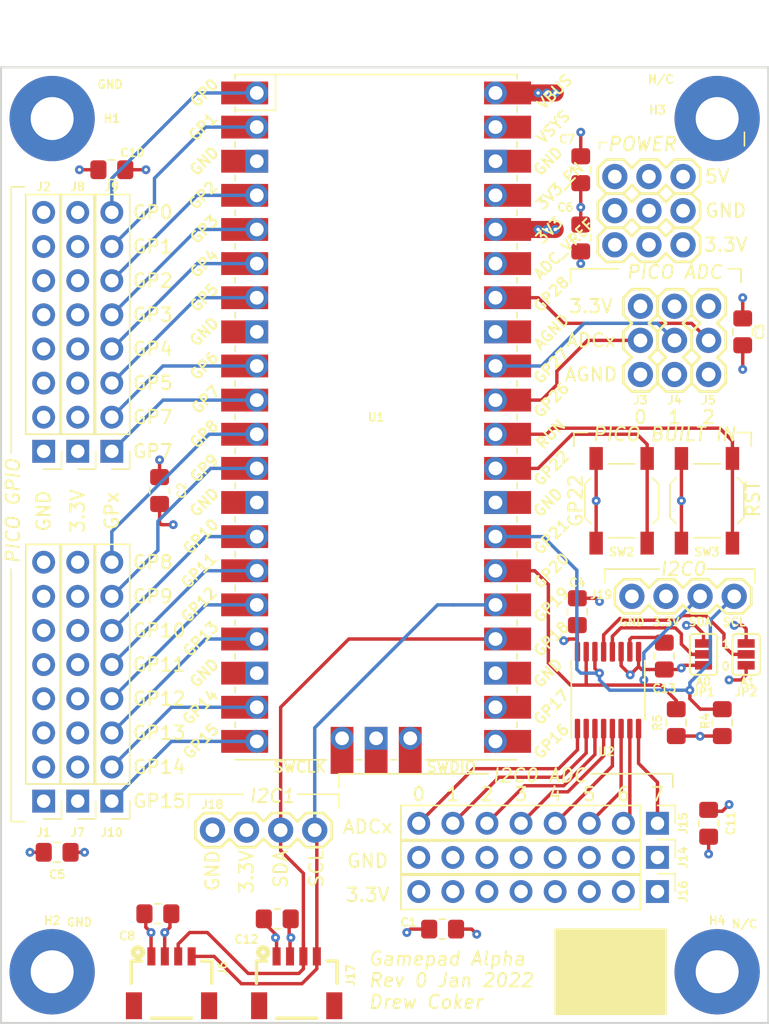
<source format=kicad_pcb>
(kicad_pcb (version 20171130) (host pcbnew "(5.1.9)-1")
  (layers (0 F.Cu signal) (1 In1.Cu power) (2 In2.Cu power) (31 B.Cu signal) (35 F.Paste user hide) (36 B.SilkS user hide) (37 F.SilkS user) (38 B.Mask user hide) (39 F.Mask user) (44 Edge.Cuts user))
  (net 0 "")
  (net 1 "Net-(U1-Pad43)")
  (net 2 "Net-(U1-Pad41)")
  (net 3 "Net-(U1-Pad37)")
  (net 4 "Net-(U1-Pad39)")
  (net 5 GND)
  (net 6 +3V3)
  (net 7 /PICO_ADC0)
  (net 8 /PICO_ADC1)
  (net 9 /PICO_ADC2)
  (net 10 /PICO_I2C1_SCL)
  (net 11 /PICO_I2C1_SDA)
  (net 12 /PICO_GP0)
  (net 13 /PICO_GP1)
  (net 14 /PICO_GP2)
  (net 15 /PICO_GP3)
  (net 16 /PICO_GP4)
  (net 17 /PICO_GP5)
  (net 18 /PICO_GP6)
  (net 19 /PICO_GP7)
  (net 20 /PICO_GP8)
  (net 21 /PICO_GP9)
  (net 22 /PICO_GP10)
  (net 23 /PICO_GP11)
  (net 24 /PICO_GP12)
  (net 25 /PICO_GP13)
  (net 26 /PICO_GP14)
  (net 27 /PICO_GP15)
  (net 28 /5V0)
  (net 29 /PICO_I2C0_SCL)
  (net 30 /PICO_I2C0_SDA)
  (net 31 /PICO_GP16)
  (net 32 /PICO_GP17)
  (net 33 /PICO_GP22)
  (net 34 /PICO_RUN)
  (net 35 /PICO_ADC_REF)
  (net 36 /ADC3)
  (net 37 /ADC2)
  (net 38 /ADC1)
  (net 39 /ADC0)
  (net 40 /ADC7)
  (net 41 /ADC6)
  (net 42 /ADC5)
  (net 43 /ADC4)
  (net 44 "Net-(C13-Pad1)")
  (net 45 "Net-(H3-PadP1)")
  (net 46 "Net-(H4-PadP1)")
  (net 47 "Net-(JP2-Pad2)")
  (net 48 "Net-(JP1-Pad2)")
  (module Jumpers:SMT-JUMPER_3_NO_SILK (layer F.Cu) (at 69.469 166.878 270)
    (fp_text reference JP2 (at 2.794 0 180) (layer F.SilkS) (effects (font (size 0.6096 0.6096) (thickness 0.127))))
    (fp_text value JUMPER-SMT_3_NO)
    (pad 3 smd rect (at 0.8128 0 270) (size 0.635 1.27) (layers F.Cu F.Mask) (net 5 GND))
    (pad 2 smd rect (at 0 0 270) (size 0.635 1.27) (layers F.Cu F.Mask) (net 47 "Net-(JP2-Pad2)"))
    (pad 1 smd rect (at -0.8128 0 270) (size 0.635 1.27) (layers F.Cu F.Mask) (net 6 +3V3))
  )
  (module Jumpers:SMT-JUMPER_3_NO_SILK (layer F.Cu) (at 66.294 166.878 270)
    (fp_text reference JP1 (at 2.794 0 180) (layer F.SilkS) (effects (font (size 0.6096 0.6096) (thickness 0.127))))
    (fp_text value JUMPER-SMT_3_NO)
    (pad 3 smd rect (at 0.8128 0 270) (size 0.635 1.27) (layers F.Cu F.Mask) (net 5 GND))
    (pad 2 smd rect (at 0 0 270) (size 0.635 1.27) (layers F.Cu F.Mask) (net 48 "Net-(JP1-Pad2)"))
    (pad 1 smd rect (at -0.8128 0 270) (size 0.635 1.27) (layers F.Cu F.Mask) (net 6 +3V3))
  )
  (module Connectors:1X04 (layer F.Cu) (at 60.96 162.56)
    (fp_text reference J19 (at -2.286 -0.127) (layer F.SilkS) (effects (font (size 0.6096 0.6096) (thickness 0.127))))
    (fp_text value CONN_04)
    (pad 4 thru_hole circle (at 7.62 0) (size 1.8796 1.8796) (drill 1.016) (layers *.Cu *.Mask) (net 29 /PICO_I2C0_SCL))
    (pad 3 thru_hole circle (at 5.08 0) (size 1.8796 1.8796) (drill 1.016) (layers *.Cu *.Mask) (net 30 /PICO_I2C0_SDA))
    (pad 2 thru_hole circle (at 2.54 0) (size 1.8796 1.8796) (drill 1.016) (layers *.Cu *.Mask) (net 6 +3V3))
    (pad 1 thru_hole circle (at 0 0) (size 1.8796 1.8796) (drill 1.016) (layers *.Cu *.Mask) (net 5 GND))
  )
  (module Button_Switch_SMD:SW_SPST_TL3342 (layer F.Cu) (at 66.548 155.448 90)
    (fp_text reference SW3 (at -3.81 0 180) (layer F.SilkS) (effects (font (size 0.6096 0.6096) (thickness 0.127))))
    (fp_text value SW_Push)
    (pad 2 smd rect (at 3.15 1.9 90) (size 1.7 1) (layers F.Cu F.Paste F.Mask) (net 34 /PICO_RUN))
    (pad 2 smd rect (at -3.15 1.9 90) (size 1.7 1) (layers F.Cu F.Paste F.Mask) (net 34 /PICO_RUN))
    (pad 1 smd rect (at 3.15 -1.9 90) (size 1.7 1) (layers F.Cu F.Paste F.Mask) (net 5 GND))
    (pad 1 smd rect (at -3.15 -1.9 90) (size 1.7 1) (layers F.Cu F.Paste F.Mask) (net 5 GND))
  )
  (module Button_Switch_SMD:SW_SPST_TL3342 (layer F.Cu) (at 60.198 155.448 90)
    (fp_text reference SW2 (at -3.81 0 180) (layer F.SilkS) (effects (font (size 0.6096 0.6096) (thickness 0.127))))
    (fp_text value SW_Push)
    (pad 2 smd rect (at 3.15 1.9 90) (size 1.7 1) (layers F.Cu F.Paste F.Mask) (net 33 /PICO_GP22))
    (pad 2 smd rect (at -3.15 1.9 90) (size 1.7 1) (layers F.Cu F.Paste F.Mask) (net 33 /PICO_GP22))
    (pad 1 smd rect (at 3.15 -1.9 90) (size 1.7 1) (layers F.Cu F.Paste F.Mask) (net 5 GND))
    (pad 1 smd rect (at -3.15 -1.9 90) (size 1.7 1) (layers F.Cu F.Paste F.Mask) (net 5 GND))
  )
  (module Resistor_SMD:R_0805_2012Metric_Pad1.20x1.40mm_HandSolder (layer F.Cu) (at 64.262 171.958 90)
    (fp_text reference R5 (at 0 -1.397 90) (layer F.SilkS) (effects (font (size 0.6096 0.6096) (thickness 0.127))))
    (fp_text value 10K)
    (pad 2 smd roundrect (at 1 0 90) (size 1.2 1.4) (layers F.Cu F.Paste F.Mask) (roundrect_rratio 0.2083325) (net 30 /PICO_I2C0_SDA))
    (pad 1 smd roundrect (at -1 0 90) (size 1.2 1.4) (layers F.Cu F.Paste F.Mask) (roundrect_rratio 0.2083325) (net 6 +3V3))
  )
  (module Resistor_SMD:R_0805_2012Metric_Pad1.20x1.40mm_HandSolder (layer F.Cu) (at 67.691 171.958 90)
    (fp_text reference R4 (at 0.127 -1.27 90) (layer F.SilkS) (effects (font (size 0.6096 0.6096) (thickness 0.127))))
    (fp_text value 10K)
    (pad 2 smd roundrect (at 1 0 90) (size 1.2 1.4) (layers F.Cu F.Paste F.Mask) (roundrect_rratio 0.2083325) (net 29 /PICO_I2C0_SCL))
    (pad 1 smd roundrect (at -1 0 90) (size 1.2 1.4) (layers F.Cu F.Paste F.Mask) (roundrect_rratio 0.2083325) (net 6 +3V3))
  )
  (module Resistor_SMD:R_0805_2012Metric_Pad1.20x1.40mm_HandSolder (layer F.Cu) (at 63.373 167.005 270)
    (fp_text reference C13 (at 2.413 0 180) (layer F.SilkS) (effects (font (size 0.6096 0.6096) (thickness 0.127))))
    (fp_text value 1.0UF)
    (pad 2 smd roundrect (at 1 0 270) (size 1.2 1.4) (layers F.Cu F.Paste F.Mask) (roundrect_rratio 0.2083325) (net 5 GND))
    (pad 1 smd roundrect (at -1 0 270) (size 1.2 1.4) (layers F.Cu F.Paste F.Mask) (roundrect_rratio 0.2083325) (net 44 "Net-(C13-Pad1)"))
  )
  (module Resistor_SMD:R_0805_2012Metric_Pad1.20x1.40mm_HandSolder (layer F.Cu) (at 34.544 186.563 180)
    (fp_text reference C12 (at 2.286 -1.524) (layer F.SilkS) (effects (font (size 0.6096 0.6096) (thickness 0.127))))
    (fp_text value 1.0UF)
    (pad 2 smd roundrect (at 1 0 180) (size 1.2 1.4) (layers F.Cu F.Paste F.Mask) (roundrect_rratio 0.2083325) (net 5 GND))
    (pad 1 smd roundrect (at -1 0 180) (size 1.2 1.4) (layers F.Cu F.Paste F.Mask) (roundrect_rratio 0.2083325) (net 6 +3V3))
  )
  (module Resistor_SMD:R_0805_2012Metric_Pad1.20x1.40mm_HandSolder (layer F.Cu) (at 66.675 179.451 270)
    (fp_text reference C11 (at 0 -1.65 90) (layer F.SilkS) (effects (font (size 0.6096 0.6096) (thickness 0.127))))
    (fp_text value 1.0UF)
    (pad 2 smd roundrect (at 1 0 270) (size 1.2 1.4) (layers F.Cu F.Paste F.Mask) (roundrect_rratio 0.2083325) (net 5 GND))
    (pad 1 smd roundrect (at -1 0 270) (size 1.2 1.4) (layers F.Cu F.Paste F.Mask) (roundrect_rratio 0.2083325) (net 6 +3V3))
  )
  (module Resistor_SMD:R_0805_2012Metric_Pad1.20x1.40mm_HandSolder (layer F.Cu) (at 22.225 130.81 180)
    (fp_text reference C10 (at -1.524 1.27) (layer F.SilkS) (effects (font (size 0.6096 0.6096) (thickness 0.127))))
    (fp_text value 1.0UF)
    (pad 2 smd roundrect (at 1 0 180) (size 1.2 1.4) (layers F.Cu F.Paste F.Mask) (roundrect_rratio 0.2083325) (net 5 GND))
    (pad 1 smd roundrect (at -1 0 180) (size 1.2 1.4) (layers F.Cu F.Paste F.Mask) (roundrect_rratio 0.2083325) (net 6 +3V3))
  )
  (module Resistor_SMD:R_0805_2012Metric_Pad1.20x1.40mm_HandSolder (layer F.Cu) (at 25.654 186.182 180)
    (fp_text reference C8 (at 2.286 -1.65) (layer F.SilkS) (effects (font (size 0.6096 0.6096) (thickness 0.127))))
    (fp_text value 1.0UF)
    (pad 2 smd roundrect (at 1 0 180) (size 1.2 1.4) (layers F.Cu F.Paste F.Mask) (roundrect_rratio 0.2083325) (net 5 GND))
    (pad 1 smd roundrect (at -1 0 180) (size 1.2 1.4) (layers F.Cu F.Paste F.Mask) (roundrect_rratio 0.2083325) (net 6 +3V3))
  )
  (module Resistor_SMD:R_0805_2012Metric_Pad1.20x1.40mm_HandSolder (layer F.Cu) (at 57.15 130.81 270)
    (fp_text reference C7 (at -2.286 1.016 180) (layer F.SilkS) (effects (font (size 0.6096 0.6096) (thickness 0.127))))
    (fp_text value 1.0UF)
    (pad 2 smd roundrect (at 1 0 270) (size 1.2 1.4) (layers F.Cu F.Paste F.Mask) (roundrect_rratio 0.2083325) (net 5 GND))
    (pad 1 smd roundrect (at -1 0 270) (size 1.2 1.4) (layers F.Cu F.Paste F.Mask) (roundrect_rratio 0.2083325) (net 28 /5V0))
  )
  (module Resistor_SMD:R_0805_2012Metric_Pad1.20x1.40mm_HandSolder (layer F.Cu) (at 57.15 135.89 90)
    (fp_text reference C6 (at 2.286 -1.143 180) (layer F.SilkS) (effects (font (size 0.6096 0.6096) (thickness 0.127))))
    (fp_text value 1.0UF)
    (pad 2 smd roundrect (at 1 0 90) (size 1.2 1.4) (layers F.Cu F.Paste F.Mask) (roundrect_rratio 0.2083325) (net 5 GND))
    (pad 1 smd roundrect (at -1 0 90) (size 1.2 1.4) (layers F.Cu F.Paste F.Mask) (roundrect_rratio 0.2083325) (net 6 +3V3))
  )
  (module Resistor_SMD:R_0805_2012Metric_Pad1.20x1.40mm_HandSolder (layer F.Cu) (at 18.15084 181.61 180)
    (fp_text reference C5 (at 0 -1.65) (layer F.SilkS) (effects (font (size 0.6096 0.6096) (thickness 0.127))))
    (fp_text value 1.0UF)
    (pad 2 smd roundrect (at 1 0 180) (size 1.2 1.4) (layers F.Cu F.Paste F.Mask) (roundrect_rratio 0.2083325) (net 5 GND))
    (pad 1 smd roundrect (at -1 0 180) (size 1.2 1.4) (layers F.Cu F.Paste F.Mask) (roundrect_rratio 0.2083325) (net 6 +3V3))
  )
  (module Resistor_SMD:R_0805_2012Metric_Pad1.20x1.40mm_HandSolder (layer F.Cu) (at 56.896 163.703 90)
    (fp_text reference C4 (at 2.159 0 180) (layer F.SilkS) (effects (font (size 0.6096 0.6096) (thickness 0.127))))
    (fp_text value 1.0UF)
    (pad 2 smd roundrect (at 1 0 90) (size 1.2 1.4) (layers F.Cu F.Paste F.Mask) (roundrect_rratio 0.2083325) (net 5 GND))
    (pad 1 smd roundrect (at -1 0 90) (size 1.2 1.4) (layers F.Cu F.Paste F.Mask) (roundrect_rratio 0.2083325) (net 6 +3V3))
  )
  (module Resistor_SMD:R_0805_2012Metric_Pad1.20x1.40mm_HandSolder (layer F.Cu) (at 69.215 142.875 270)
    (fp_text reference C3 (at 0 -1.27 90) (layer F.SilkS) (effects (font (size 0.6096 0.6096) (thickness 0.127))))
    (fp_text value 1.0UF)
    (pad 2 smd roundrect (at 1 0 270) (size 1.2 1.4) (layers F.Cu F.Paste F.Mask) (roundrect_rratio 0.2083325) (net 5 GND))
    (pad 1 smd roundrect (at -1 0 270) (size 1.2 1.4) (layers F.Cu F.Paste F.Mask) (roundrect_rratio 0.2083325) (net 6 +3V3))
  )
  (module Resistor_SMD:R_0805_2012Metric_Pad1.20x1.40mm_HandSolder (layer F.Cu) (at 25.781 154.686 270)
    (fp_text reference C2 (at 0 -1.65 90) (layer F.SilkS) (effects (font (size 0.6096 0.6096) (thickness 0.127))))
    (fp_text value 1.0UF)
    (pad 2 smd roundrect (at 1 0 270) (size 1.2 1.4) (layers F.Cu F.Paste F.Mask) (roundrect_rratio 0.2083325) (net 5 GND))
    (pad 1 smd roundrect (at -1 0 270) (size 1.2 1.4) (layers F.Cu F.Paste F.Mask) (roundrect_rratio 0.2083325) (net 6 +3V3))
  )
  (module Resistor_SMD:R_0805_2012Metric_Pad1.20x1.40mm_HandSolder (layer F.Cu) (at 46.863 187.325)
    (fp_text reference C1 (at -2.54 -0.508) (layer F.SilkS) (effects (font (size 0.6096 0.6096) (thickness 0.127))))
    (fp_text value 1.0UF)
    (pad 2 smd roundrect (at 1 0) (size 1.2 1.4) (layers F.Cu F.Paste F.Mask) (roundrect_rratio 0.2083325) (net 5 GND))
    (pad 1 smd roundrect (at -1 0) (size 1.2 1.4) (layers F.Cu F.Paste F.Mask) (roundrect_rratio 0.2083325) (net 6 +3V3))
  )
  (module Package_SO:TSSOP-16_4.4x5mm_P0.65mm (layer F.Cu) (at 59.182 169.545 90)
    (fp_text reference U2 (at -4.572 -0.127 180) (layer F.SilkS) (effects (font (size 0.6096 0.6096) (thickness 0.127))))
    (fp_text value ADS7828)
    (pad 16 smd roundrect (at 2.8625 -2.275 90) (size 1.475 0.4) (layers F.Cu F.Paste F.Mask) (net 6 +3V3))
    (pad 15 smd roundrect (at 2.8625 -1.625 90) (size 1.475 0.4) (layers F.Cu F.Paste F.Mask) (net 30 /PICO_I2C0_SDA))
    (pad 14 smd roundrect (at 2.8625 -0.975 90) (size 1.475 0.4) (layers F.Cu F.Paste F.Mask) (net 29 /PICO_I2C0_SCL))
    (pad 13 smd roundrect (at 2.8625 -0.325 90) (size 1.475 0.4) (layers F.Cu F.Paste F.Mask) (net 47 "Net-(JP2-Pad2)"))
    (pad 12 smd roundrect (at 2.8625 0.325 90) (size 1.475 0.4) (layers F.Cu F.Paste F.Mask) (net 48 "Net-(JP1-Pad2)"))
    (pad 11 smd roundrect (at 2.8625 0.975 90) (size 1.475 0.4) (layers F.Cu F.Paste F.Mask) (net 5 GND))
    (pad 10 smd roundrect (at 2.8625 1.625 90) (size 1.475 0.4) (layers F.Cu F.Paste F.Mask) (net 44 "Net-(C13-Pad1)"))
    (pad 9 smd roundrect (at 2.8625 2.275 90) (size 1.475 0.4) (layers F.Cu F.Paste F.Mask) (net 5 GND))
    (pad 8 smd roundrect (at -2.8625 2.275 90) (size 1.475 0.4) (layers F.Cu F.Paste F.Mask) (net 40 /ADC7))
    (pad 7 smd roundrect (at -2.8625 1.625 90) (size 1.475 0.4) (layers F.Cu F.Paste F.Mask) (net 41 /ADC6))
    (pad 6 smd roundrect (at -2.8625 0.975 90) (size 1.475 0.4) (layers F.Cu F.Paste F.Mask) (net 42 /ADC5))
    (pad 5 smd roundrect (at -2.8625 0.325 90) (size 1.475 0.4) (layers F.Cu F.Paste F.Mask) (net 43 /ADC4))
    (pad 4 smd roundrect (at -2.8625 -0.325 90) (size 1.475 0.4) (layers F.Cu F.Paste F.Mask) (net 36 /ADC3))
    (pad 3 smd roundrect (at -2.8625 -0.975 90) (size 1.475 0.4) (layers F.Cu F.Paste F.Mask) (net 37 /ADC2))
    (pad 2 smd roundrect (at -2.8625 -1.625 90) (size 1.475 0.4) (layers F.Cu F.Paste F.Mask) (net 38 /ADC1))
    (pad 1 smd roundrect (at -2.8625 -2.275 90) (size 1.475 0.4) (layers F.Cu F.Paste F.Mask) (net 39 /ADC0))
  )
  (module Connectors:1X03 (layer F.Cu) (at 59.69 131.318)
    (fp_text reference J13)
    (fp_text value CONN_03)
    (pad 3 thru_hole circle (at 5.08 0) (size 1.8796 1.8796) (drill 1.016) (layers *.Cu *.Mask) (net 28 /5V0))
    (pad 2 thru_hole circle (at 2.54 0) (size 1.8796 1.8796) (drill 1.016) (layers *.Cu *.Mask) (net 28 /5V0))
    (pad 1 thru_hole circle (at 0 0) (size 1.8796 1.8796) (drill 1.016) (layers *.Cu *.Mask) (net 28 /5V0))
  )
  (module Connectors:1X03 (layer F.Cu) (at 59.69 136.398)
    (fp_text reference J12)
    (fp_text value CONN_03)
    (pad 3 thru_hole circle (at 5.08 0) (size 1.8796 1.8796) (drill 1.016) (layers *.Cu *.Mask) (net 6 +3V3))
    (pad 2 thru_hole circle (at 2.54 0) (size 1.8796 1.8796) (drill 1.016) (layers *.Cu *.Mask) (net 6 +3V3))
    (pad 1 thru_hole circle (at 0 0) (size 1.8796 1.8796) (drill 1.016) (layers *.Cu *.Mask) (net 6 +3V3))
  )
  (module Connectors:1X03 (layer F.Cu) (at 59.69 133.858)
    (fp_text reference J11)
    (fp_text value CONN_03)
    (pad 3 thru_hole circle (at 5.08 0) (size 1.8796 1.8796) (drill 1.016) (layers *.Cu *.Mask) (net 5 GND))
    (pad 2 thru_hole circle (at 2.54 0) (size 1.8796 1.8796) (drill 1.016) (layers *.Cu *.Mask) (net 5 GND))
    (pad 1 thru_hole circle (at 0 0) (size 1.8796 1.8796) (drill 1.016) (layers *.Cu *.Mask) (net 5 GND))
  )
  (module MCU_RaspberryPi_and_Boards:RPi_Pico_SMD_TH (layer F.Cu) (at 41.91 149.225)
    (fp_text reference U1 (at 0 0) (layer F.SilkS) (effects (font (size 0.6096 0.6096) (thickness 0.127))))
    (fp_text value Pico)
    (fp_text user SWDIO (at 5.6 26.035) (layer F.SilkS) (effects (font (size 0.8 0.8))))
    (fp_text user SWCLK (at -5.7 26.035) (layer F.SilkS) (effects (font (size 0.8 0.8))))
    (fp_text user AGND (at 13.054 -6.35 45) (layer F.SilkS) (effects (font (size 0.8 0.8))))
    (fp_text user GND (at 12.8 -19.05 45) (layer F.SilkS) (effects (font (size 0.8 0.8))))
    (fp_text user GND (at 12.8 6.35 45) (layer F.SilkS) (effects (font (size 0.8 0.8))))
    (fp_text user GND (at 12.8 19.05 45) (layer F.SilkS) (effects (font (size 0.8 0.8))))
    (fp_text user GND (at -12.8 19.05 45) (layer F.SilkS) (effects (font (size 0.8 0.8))))
    (fp_text user GND (at -12.8 6.35 45) (layer F.SilkS) (effects (font (size 0.8 0.8))))
    (fp_text user GND (at -12.8 -6.35 45) (layer F.SilkS) (effects (font (size 0.8 0.8))))
    (fp_text user GND (at -12.8 -19.05 45) (layer F.SilkS) (effects (font (size 0.8 0.8))))
    (fp_text user VBUS (at 13.3 -24.2 45) (layer F.SilkS) (effects (font (size 0.8 0.8))))
    (fp_text user VSYS (at 13.2 -21.59 45) (layer F.SilkS) (effects (font (size 0.8 0.8))))
    (fp_text user 3V3_EN (at 13.7 -17.2 45) (layer F.SilkS) (effects (font (size 0.8 0.8))))
    (fp_text user 3V3 (at 12.9 -13.9 45) (layer F.SilkS) (effects (font (size 0.8 0.8))))
    (fp_text user ADC_VREF (at 14 -12.5 45) (layer F.SilkS) (effects (font (size 0.8 0.8))))
    (fp_text user GP28 (at 13.054 -9.144 45) (layer F.SilkS) (effects (font (size 0.8 0.8))))
    (fp_text user GP27 (at 13.054 -3.8 45) (layer F.SilkS) (effects (font (size 0.8 0.8))))
    (fp_text user GP26 (at 13.054 -1.27 45) (layer F.SilkS) (effects (font (size 0.8 0.8))))
    (fp_text user RUN (at 13 1.27 45) (layer F.SilkS) (effects (font (size 0.8 0.8))))
    (fp_text user GP22 (at 13.054 3.81 45) (layer F.SilkS) (effects (font (size 0.8 0.8))))
    (fp_text user GP21 (at 13.054 8.9 45) (layer F.SilkS) (effects (font (size 0.8 0.8))))
    (fp_text user GP20 (at 13.054 11.43 45) (layer F.SilkS) (effects (font (size 0.8 0.8))))
    (fp_text user GP19 (at 13.054 13.97 45) (layer F.SilkS) (effects (font (size 0.8 0.8))))
    (fp_text user GP18 (at 13.054 16.51 45) (layer F.SilkS) (effects (font (size 0.8 0.8))))
    (fp_text user GP17 (at 13.054 21.59 45) (layer F.SilkS) (effects (font (size 0.8 0.8))))
    (fp_text user GP16 (at 13.054 24.13 45) (layer F.SilkS) (effects (font (size 0.8 0.8))))
    (fp_text user GP15 (at -13.054 24.13 45) (layer F.SilkS) (effects (font (size 0.8 0.8))))
    (fp_text user GP14 (at -13.1 21.59 45) (layer F.SilkS) (effects (font (size 0.8 0.8))))
    (fp_text user GP13 (at -13.054 16.51 45) (layer F.SilkS) (effects (font (size 0.8 0.8))))
    (fp_text user GP12 (at -13.2 13.97 45) (layer F.SilkS) (effects (font (size 0.8 0.8))))
    (fp_text user GP11 (at -13.2 11.43 45) (layer F.SilkS) (effects (font (size 0.8 0.8))))
    (fp_text user GP10 (at -13.054 8.89 45) (layer F.SilkS) (effects (font (size 0.8 0.8))))
    (fp_text user GP9 (at -12.8 3.81 45) (layer F.SilkS) (effects (font (size 0.8 0.8))))
    (fp_text user GP8 (at -12.8 1.27 45) (layer F.SilkS) (effects (font (size 0.8 0.8))))
    (fp_text user GP7 (at -12.7 -1.3 45) (layer F.SilkS) (effects (font (size 0.8 0.8))))
    (fp_text user GP6 (at -12.8 -3.81 45) (layer F.SilkS) (effects (font (size 0.8 0.8))))
    (fp_text user GP5 (at -12.8 -8.89 45) (layer F.SilkS) (effects (font (size 0.8 0.8))))
    (fp_text user GP4 (at -12.8 -11.43 45) (layer F.SilkS) (effects (font (size 0.8 0.8))))
    (fp_text user GP3 (at -12.8 -13.97 45) (layer F.SilkS) (effects (font (size 0.8 0.8))))
    (fp_text user GP0 (at -12.8 -24.13 45) (layer F.SilkS) (effects (font (size 0.8 0.8))))
    (fp_text user GP2 (at -12.9 -16.51 45) (layer F.SilkS) (effects (font (size 0.8 0.8))))
    (fp_text user GP1 (at -12.9 -21.6 45) (layer F.SilkS) (effects (font (size 0.8 0.8))))
    (pad 43 thru_hole oval (at 2.54 23.9) (size 1.7 1.7) (drill 1.02) (layers *.Cu *.Mask) (net 1 "Net-(U1-Pad43)"))
    (pad 43 smd rect (at 2.54 23.9 90) (size 3.5 1.7) (drill (offset -0.9 0)) (layers F.Cu F.Mask) (net 1 "Net-(U1-Pad43)"))
    (pad 42 thru_hole rect (at 0 23.9) (size 1.7 1.7) (drill 1.02) (layers *.Cu *.Mask) (net 5 GND))
    (pad 42 smd rect (at 0 23.9 90) (size 3.5 1.7) (drill (offset -0.9 0)) (layers F.Cu F.Mask) (net 5 GND))
    (pad 41 thru_hole oval (at -2.54 23.9) (size 1.7 1.7) (drill 1.02) (layers *.Cu *.Mask) (net 2 "Net-(U1-Pad41)"))
    (pad 41 smd rect (at -2.54 23.9 90) (size 3.5 1.7) (drill (offset -0.9 0)) (layers F.Cu F.Mask) (net 2 "Net-(U1-Pad41)"))
    (pad "" np_thru_hole oval (at 2.425 -20.97) (size 1.5 1.5) (drill 1.5) (layers *.Cu *.Mask))
    (pad "" np_thru_hole oval (at -2.425 -20.97) (size 1.5 1.5) (drill 1.5) (layers *.Cu *.Mask))
    (pad "" np_thru_hole oval (at 2.725 -24) (size 1.8 1.8) (drill 1.8) (layers *.Cu *.Mask))
    (pad "" np_thru_hole oval (at -2.725 -24) (size 1.8 1.8) (drill 1.8) (layers *.Cu *.Mask))
    (pad 21 smd rect (at 8.89 24.13) (size 3.5 1.7) (drill (offset 0.9 0)) (layers F.Cu F.Mask) (net 31 /PICO_GP16))
    (pad 22 smd rect (at 8.89 21.59) (size 3.5 1.7) (drill (offset 0.9 0)) (layers F.Cu F.Mask) (net 32 /PICO_GP17))
    (pad 23 smd rect (at 8.89 19.05) (size 3.5 1.7) (drill (offset 0.9 0)) (layers F.Cu F.Mask) (net 5 GND))
    (pad 24 smd rect (at 8.89 16.51) (size 3.5 1.7) (drill (offset 0.9 0)) (layers F.Cu F.Mask) (net 11 /PICO_I2C1_SDA))
    (pad 25 smd rect (at 8.89 13.97) (size 3.5 1.7) (drill (offset 0.9 0)) (layers F.Cu F.Mask) (net 10 /PICO_I2C1_SCL))
    (pad 26 smd rect (at 8.89 11.43) (size 3.5 1.7) (drill (offset 0.9 0)) (layers F.Cu F.Mask) (net 30 /PICO_I2C0_SDA))
    (pad 27 smd rect (at 8.89 8.89) (size 3.5 1.7) (drill (offset 0.9 0)) (layers F.Cu F.Mask) (net 29 /PICO_I2C0_SCL))
    (pad 28 smd rect (at 8.89 6.35) (size 3.5 1.7) (drill (offset 0.9 0)) (layers F.Cu F.Mask) (net 5 GND))
    (pad 29 smd rect (at 8.89 3.81) (size 3.5 1.7) (drill (offset 0.9 0)) (layers F.Cu F.Mask) (net 33 /PICO_GP22))
    (pad 30 smd rect (at 8.89 1.27) (size 3.5 1.7) (drill (offset 0.9 0)) (layers F.Cu F.Mask) (net 34 /PICO_RUN))
    (pad 31 smd rect (at 8.89 -1.27) (size 3.5 1.7) (drill (offset 0.9 0)) (layers F.Cu F.Mask) (net 7 /PICO_ADC0))
    (pad 32 smd rect (at 8.89 -3.81) (size 3.5 1.7) (drill (offset 0.9 0)) (layers F.Cu F.Mask) (net 8 /PICO_ADC1))
    (pad 33 smd rect (at 8.89 -6.35) (size 3.5 1.7) (drill (offset 0.9 0)) (layers F.Cu F.Mask) (net 5 GND))
    (pad 34 smd rect (at 8.89 -8.89) (size 3.5 1.7) (drill (offset 0.9 0)) (layers F.Cu F.Mask) (net 9 /PICO_ADC2))
    (pad 35 smd rect (at 8.89 -11.43) (size 3.5 1.7) (drill (offset 0.9 0)) (layers F.Cu F.Mask) (net 35 /PICO_ADC_REF))
    (pad 36 smd rect (at 8.89 -13.97) (size 3.5 1.7) (drill (offset 0.9 0)) (layers F.Cu F.Mask) (net 6 +3V3))
    (pad 37 smd rect (at 8.89 -16.51) (size 3.5 1.7) (drill (offset 0.9 0)) (layers F.Cu F.Mask) (net 3 "Net-(U1-Pad37)"))
    (pad 38 smd rect (at 8.89 -19.05) (size 3.5 1.7) (drill (offset 0.9 0)) (layers F.Cu F.Mask) (net 5 GND))
    (pad 39 smd rect (at 8.89 -21.59) (size 3.5 1.7) (drill (offset 0.9 0)) (layers F.Cu F.Mask) (net 4 "Net-(U1-Pad39)"))
    (pad 40 smd rect (at 8.89 -24.13) (size 3.5 1.7) (drill (offset 0.9 0)) (layers F.Cu F.Mask) (net 28 /5V0))
    (pad 20 smd rect (at -8.89 24.13) (size 3.5 1.7) (drill (offset -0.9 0)) (layers F.Cu F.Mask) (net 27 /PICO_GP15))
    (pad 19 smd rect (at -8.89 21.59) (size 3.5 1.7) (drill (offset -0.9 0)) (layers F.Cu F.Mask) (net 26 /PICO_GP14))
    (pad 18 smd rect (at -8.89 19.05) (size 3.5 1.7) (drill (offset -0.9 0)) (layers F.Cu F.Mask) (net 5 GND))
    (pad 17 smd rect (at -8.89 16.51) (size 3.5 1.7) (drill (offset -0.9 0)) (layers F.Cu F.Mask) (net 25 /PICO_GP13))
    (pad 16 smd rect (at -8.89 13.97) (size 3.5 1.7) (drill (offset -0.9 0)) (layers F.Cu F.Mask) (net 24 /PICO_GP12))
    (pad 15 smd rect (at -8.89 11.43) (size 3.5 1.7) (drill (offset -0.9 0)) (layers F.Cu F.Mask) (net 23 /PICO_GP11))
    (pad 14 smd rect (at -8.89 8.89) (size 3.5 1.7) (drill (offset -0.9 0)) (layers F.Cu F.Mask) (net 22 /PICO_GP10))
    (pad 13 smd rect (at -8.89 6.35) (size 3.5 1.7) (drill (offset -0.9 0)) (layers F.Cu F.Mask) (net 5 GND))
    (pad 12 smd rect (at -8.89 3.81) (size 3.5 1.7) (drill (offset -0.9 0)) (layers F.Cu F.Mask) (net 21 /PICO_GP9))
    (pad 11 smd rect (at -8.89 1.27) (size 3.5 1.7) (drill (offset -0.9 0)) (layers F.Cu F.Mask) (net 20 /PICO_GP8))
    (pad 10 smd rect (at -8.89 -1.27) (size 3.5 1.7) (drill (offset -0.9 0)) (layers F.Cu F.Mask) (net 19 /PICO_GP7))
    (pad 9 smd rect (at -8.89 -3.81) (size 3.5 1.7) (drill (offset -0.9 0)) (layers F.Cu F.Mask) (net 18 /PICO_GP6))
    (pad 8 smd rect (at -8.89 -6.35) (size 3.5 1.7) (drill (offset -0.9 0)) (layers F.Cu F.Mask) (net 5 GND))
    (pad 7 smd rect (at -8.89 -8.89) (size 3.5 1.7) (drill (offset -0.9 0)) (layers F.Cu F.Mask) (net 17 /PICO_GP5))
    (pad 6 smd rect (at -8.89 -11.43) (size 3.5 1.7) (drill (offset -0.9 0)) (layers F.Cu F.Mask) (net 16 /PICO_GP4))
    (pad 5 smd rect (at -8.89 -13.97) (size 3.5 1.7) (drill (offset -0.9 0)) (layers F.Cu F.Mask) (net 15 /PICO_GP3))
    (pad 4 smd rect (at -8.89 -16.51) (size 3.5 1.7) (drill (offset -0.9 0)) (layers F.Cu F.Mask) (net 14 /PICO_GP2))
    (pad 3 smd rect (at -8.89 -19.05) (size 3.5 1.7) (drill (offset -0.9 0)) (layers F.Cu F.Mask) (net 5 GND))
    (pad 2 smd rect (at -8.89 -21.59) (size 3.5 1.7) (drill (offset -0.9 0)) (layers F.Cu F.Mask) (net 13 /PICO_GP1))
    (pad 1 smd rect (at -8.89 -24.13) (size 3.5 1.7) (drill (offset -0.9 0)) (layers F.Cu F.Mask) (net 12 /PICO_GP0))
    (pad 40 thru_hole oval (at 8.89 -24.13) (size 1.7 1.7) (drill 1.02) (layers *.Cu *.Mask) (net 28 /5V0))
    (pad 39 thru_hole oval (at 8.89 -21.59) (size 1.7 1.7) (drill 1.02) (layers *.Cu *.Mask) (net 4 "Net-(U1-Pad39)"))
    (pad 38 thru_hole rect (at 8.89 -19.05) (size 1.7 1.7) (drill 1.02) (layers *.Cu *.Mask) (net 5 GND))
    (pad 37 thru_hole oval (at 8.89 -16.51) (size 1.7 1.7) (drill 1.02) (layers *.Cu *.Mask) (net 3 "Net-(U1-Pad37)"))
    (pad 36 thru_hole oval (at 8.89 -13.97) (size 1.7 1.7) (drill 1.02) (layers *.Cu *.Mask) (net 6 +3V3))
    (pad 35 thru_hole oval (at 8.89 -11.43) (size 1.7 1.7) (drill 1.02) (layers *.Cu *.Mask) (net 35 /PICO_ADC_REF))
    (pad 34 thru_hole oval (at 8.89 -8.89) (size 1.7 1.7) (drill 1.02) (layers *.Cu *.Mask) (net 9 /PICO_ADC2))
    (pad 33 thru_hole rect (at 8.89 -6.35) (size 1.7 1.7) (drill 1.02) (layers *.Cu *.Mask) (net 5 GND))
    (pad 32 thru_hole oval (at 8.89 -3.81) (size 1.7 1.7) (drill 1.02) (layers *.Cu *.Mask) (net 8 /PICO_ADC1))
    (pad 31 thru_hole oval (at 8.89 -1.27) (size 1.7 1.7) (drill 1.02) (layers *.Cu *.Mask) (net 7 /PICO_ADC0))
    (pad 30 thru_hole oval (at 8.89 1.27) (size 1.7 1.7) (drill 1.02) (layers *.Cu *.Mask) (net 34 /PICO_RUN))
    (pad 29 thru_hole oval (at 8.89 3.81) (size 1.7 1.7) (drill 1.02) (layers *.Cu *.Mask) (net 33 /PICO_GP22))
    (pad 28 thru_hole rect (at 8.89 6.35) (size 1.7 1.7) (drill 1.02) (layers *.Cu *.Mask) (net 5 GND))
    (pad 27 thru_hole oval (at 8.89 8.89) (size 1.7 1.7) (drill 1.02) (layers *.Cu *.Mask) (net 29 /PICO_I2C0_SCL))
    (pad 26 thru_hole oval (at 8.89 11.43) (size 1.7 1.7) (drill 1.02) (layers *.Cu *.Mask) (net 30 /PICO_I2C0_SDA))
    (pad 25 thru_hole oval (at 8.89 13.97) (size 1.7 1.7) (drill 1.02) (layers *.Cu *.Mask) (net 10 /PICO_I2C1_SCL))
    (pad 24 thru_hole oval (at 8.89 16.51) (size 1.7 1.7) (drill 1.02) (layers *.Cu *.Mask) (net 11 /PICO_I2C1_SDA))
    (pad 23 thru_hole rect (at 8.89 19.05) (size 1.7 1.7) (drill 1.02) (layers *.Cu *.Mask) (net 5 GND))
    (pad 22 thru_hole oval (at 8.89 21.59) (size 1.7 1.7) (drill 1.02) (layers *.Cu *.Mask) (net 32 /PICO_GP17))
    (pad 21 thru_hole oval (at 8.89 24.13) (size 1.7 1.7) (drill 1.02) (layers *.Cu *.Mask) (net 31 /PICO_GP16))
    (pad 20 thru_hole oval (at -8.89 24.13) (size 1.7 1.7) (drill 1.02) (layers *.Cu *.Mask) (net 27 /PICO_GP15))
    (pad 19 thru_hole oval (at -8.89 21.59) (size 1.7 1.7) (drill 1.02) (layers *.Cu *.Mask) (net 26 /PICO_GP14))
    (pad 18 thru_hole rect (at -8.89 19.05) (size 1.7 1.7) (drill 1.02) (layers *.Cu *.Mask) (net 5 GND))
    (pad 17 thru_hole oval (at -8.89 16.51) (size 1.7 1.7) (drill 1.02) (layers *.Cu *.Mask) (net 25 /PICO_GP13))
    (pad 16 thru_hole oval (at -8.89 13.97) (size 1.7 1.7) (drill 1.02) (layers *.Cu *.Mask) (net 24 /PICO_GP12))
    (pad 15 thru_hole oval (at -8.89 11.43) (size 1.7 1.7) (drill 1.02) (layers *.Cu *.Mask) (net 23 /PICO_GP11))
    (pad 14 thru_hole oval (at -8.89 8.89) (size 1.7 1.7) (drill 1.02) (layers *.Cu *.Mask) (net 22 /PICO_GP10))
    (pad 13 thru_hole rect (at -8.89 6.35) (size 1.7 1.7) (drill 1.02) (layers *.Cu *.Mask) (net 5 GND))
    (pad 12 thru_hole oval (at -8.89 3.81) (size 1.7 1.7) (drill 1.02) (layers *.Cu *.Mask) (net 21 /PICO_GP9))
    (pad 11 thru_hole oval (at -8.89 1.27) (size 1.7 1.7) (drill 1.02) (layers *.Cu *.Mask) (net 20 /PICO_GP8))
    (pad 10 thru_hole oval (at -8.89 -1.27) (size 1.7 1.7) (drill 1.02) (layers *.Cu *.Mask) (net 19 /PICO_GP7))
    (pad 9 thru_hole oval (at -8.89 -3.81) (size 1.7 1.7) (drill 1.02) (layers *.Cu *.Mask) (net 18 /PICO_GP6))
    (pad 8 thru_hole rect (at -8.89 -6.35) (size 1.7 1.7) (drill 1.02) (layers *.Cu *.Mask) (net 5 GND))
    (pad 7 thru_hole oval (at -8.89 -8.89) (size 1.7 1.7) (drill 1.02) (layers *.Cu *.Mask) (net 17 /PICO_GP5))
    (pad 6 thru_hole oval (at -8.89 -11.43) (size 1.7 1.7) (drill 1.02) (layers *.Cu *.Mask) (net 16 /PICO_GP4))
    (pad 5 thru_hole oval (at -8.89 -13.97) (size 1.7 1.7) (drill 1.02) (layers *.Cu *.Mask) (net 15 /PICO_GP3))
    (pad 4 thru_hole oval (at -8.89 -16.51) (size 1.7 1.7) (drill 1.02) (layers *.Cu *.Mask) (net 14 /PICO_GP2))
    (pad 3 thru_hole rect (at -8.89 -19.05) (size 1.7 1.7) (drill 1.02) (layers *.Cu *.Mask) (net 5 GND))
    (pad 2 thru_hole oval (at -8.89 -21.59) (size 1.7 1.7) (drill 1.02) (layers *.Cu *.Mask) (net 13 /PICO_GP1))
    (pad 1 thru_hole oval (at -8.89 -24.13) (size 1.7 1.7) (drill 1.02) (layers *.Cu *.Mask) (net 12 /PICO_GP0))
  )
  (module Connectors:1X04 (layer F.Cu) (at 29.718 179.959)
    (fp_text reference J18 (at 0 -1.905) (layer F.SilkS) (effects (font (size 0.6096 0.6096) (thickness 0.127))))
    (fp_text value CONN_04)
    (pad 4 thru_hole circle (at 7.62 0) (size 1.8796 1.8796) (drill 1.016) (layers *.Cu *.Mask) (net 10 /PICO_I2C1_SCL))
    (pad 3 thru_hole circle (at 5.08 0) (size 1.8796 1.8796) (drill 1.016) (layers *.Cu *.Mask) (net 11 /PICO_I2C1_SDA))
    (pad 2 thru_hole circle (at 2.54 0) (size 1.8796 1.8796) (drill 1.016) (layers *.Cu *.Mask) (net 6 +3V3))
    (pad 1 thru_hole circle (at 0 0) (size 1.8796 1.8796) (drill 1.016) (layers *.Cu *.Mask) (net 5 GND))
  )
  (module Connectors:1X04_1MM_RA (layer F.Cu) (at 35.994519 189.357)
    (fp_text reference J17 (at 4.010481 1.397 90) (layer F.SilkS) (effects (font (size 0.6096 0.6096) (thickness 0.127))))
    (fp_text value I2C_STANDARDQWIIC)
    (pad NC2 smd rect (at -2.79908 3.67284) (size 1.19888 1.99898) (layers F.Cu F.Paste F.Mask))
    (pad NC1 smd rect (at 2.79908 3.67284) (size 1.19888 1.99898) (layers F.Cu F.Paste F.Mask))
    (pad 4 smd rect (at 1.4986 0) (size 0.59944 1.34874) (layers F.Cu F.Paste F.Mask) (net 10 /PICO_I2C1_SCL))
    (pad 3 smd rect (at 0.49784 0) (size 0.59944 1.34874) (layers F.Cu F.Paste F.Mask) (net 11 /PICO_I2C1_SDA))
    (pad 2 smd rect (at -0.49784 0) (size 0.59944 1.34874) (layers F.Cu F.Paste F.Mask) (net 6 +3V3))
    (pad 1 smd rect (at -1.4986 0) (size 0.59944 1.34874) (layers F.Cu F.Paste F.Mask) (net 5 GND))
  )
  (module Hardware:STANDOFF-ELECTRICAL (layer F.Cu) (at 67.31 190.5)
    (fp_text reference H4 (at 0 -3.81) (layer F.SilkS) (effects (font (size 0.6096 0.6096) (thickness 0.127))))
    (fp_text value STANDOFF_ELECTRICAL)
    (pad P1 thru_hole circle (at 0 0) (size 6.35 6.35) (drill 3.19786) (layers *.Cu *.Mask) (net 46 "Net-(H4-PadP1)"))
  )
  (module Hardware:STANDOFF-ELECTRICAL (layer F.Cu) (at 67.31 127)
    (fp_text reference H3 (at -4.445 -0.635) (layer F.SilkS) (effects (font (size 0.6096 0.6096) (thickness 0.127))))
    (fp_text value STANDOFF_ELECTRICAL)
    (pad P1 thru_hole circle (at 0 0) (size 6.35 6.35) (drill 3.19786) (layers *.Cu *.Mask) (net 45 "Net-(H3-PadP1)"))
  )
  (module Hardware:STANDOFF-ELECTRICAL (layer F.Cu) (at 17.78 190.5)
    (fp_text reference H2 (at 0 -3.81) (layer F.SilkS) (effects (font (size 0.6096 0.6096) (thickness 0.127))))
    (fp_text value STANDOFF_ELECTRICAL)
    (pad P1 thru_hole circle (at 0 0) (size 6.35 6.35) (drill 3.19786) (layers *.Cu *.Mask) (net 5 GND))
  )
  (module Hardware:STANDOFF-ELECTRICAL (layer F.Cu) (at 17.78 127)
    (fp_text reference H1 (at 4.445 0) (layer F.SilkS) (effects (font (size 0.6096 0.6096) (thickness 0.127))))
    (fp_text value STANDOFF_ELECTRICAL)
    (pad P1 thru_hole circle (at 0 0) (size 6.35 6.35) (drill 3.19786) (layers *.Cu *.Mask) (net 5 GND))
  )
  (module Connector_PinHeader_2.54mm:PinHeader_1x08_P2.54mm_Vertical (layer F.Cu) (at 62.865 184.531 270)
    (fp_text reference J16 (at 0 -1.905 90) (layer F.SilkS) (effects (font (size 0.6096 0.6096) (thickness 0.127))))
    (fp_text value CONN_08BM08B-SRSS-TB)
    (pad 8 thru_hole oval (at 0 17.78 270) (size 1.7 1.7) (drill 1) (layers *.Cu *.Mask) (net 6 +3V3))
    (pad 7 thru_hole oval (at 0 15.24 270) (size 1.7 1.7) (drill 1) (layers *.Cu *.Mask) (net 6 +3V3))
    (pad 6 thru_hole oval (at 0 12.7 270) (size 1.7 1.7) (drill 1) (layers *.Cu *.Mask) (net 6 +3V3))
    (pad 5 thru_hole oval (at 0 10.16 270) (size 1.7 1.7) (drill 1) (layers *.Cu *.Mask) (net 6 +3V3))
    (pad 4 thru_hole oval (at 0 7.62 270) (size 1.7 1.7) (drill 1) (layers *.Cu *.Mask) (net 6 +3V3))
    (pad 3 thru_hole oval (at 0 5.08 270) (size 1.7 1.7) (drill 1) (layers *.Cu *.Mask) (net 6 +3V3))
    (pad 2 thru_hole oval (at 0 2.54 270) (size 1.7 1.7) (drill 1) (layers *.Cu *.Mask) (net 6 +3V3))
    (pad 1 thru_hole rect (at 0 0 270) (size 1.7 1.7) (drill 1) (layers *.Cu *.Mask) (net 6 +3V3))
  )
  (module Connector_PinHeader_2.54mm:PinHeader_1x08_P2.54mm_Vertical (layer F.Cu) (at 62.865 179.451 270)
    (fp_text reference J15 (at 0 -1.905 90) (layer F.SilkS) (effects (font (size 0.6096 0.6096) (thickness 0.127))))
    (fp_text value CONN_08BM08B-SRSS-TB)
    (pad 8 thru_hole oval (at 0 17.78 270) (size 1.7 1.7) (drill 1) (layers *.Cu *.Mask) (net 39 /ADC0))
    (pad 7 thru_hole oval (at 0 15.24 270) (size 1.7 1.7) (drill 1) (layers *.Cu *.Mask) (net 38 /ADC1))
    (pad 6 thru_hole oval (at 0 12.7 270) (size 1.7 1.7) (drill 1) (layers *.Cu *.Mask) (net 37 /ADC2))
    (pad 5 thru_hole oval (at 0 10.16 270) (size 1.7 1.7) (drill 1) (layers *.Cu *.Mask) (net 36 /ADC3))
    (pad 4 thru_hole oval (at 0 7.62 270) (size 1.7 1.7) (drill 1) (layers *.Cu *.Mask) (net 43 /ADC4))
    (pad 3 thru_hole oval (at 0 5.08 270) (size 1.7 1.7) (drill 1) (layers *.Cu *.Mask) (net 42 /ADC5))
    (pad 2 thru_hole oval (at 0 2.54 270) (size 1.7 1.7) (drill 1) (layers *.Cu *.Mask) (net 41 /ADC6))
    (pad 1 thru_hole rect (at 0 0 270) (size 1.7 1.7) (drill 1) (layers *.Cu *.Mask) (net 40 /ADC7))
  )
  (module Connector_PinHeader_2.54mm:PinHeader_1x08_P2.54mm_Vertical (layer F.Cu) (at 62.865 181.991 270)
    (fp_text reference J14 (at 0 -1.905 90) (layer F.SilkS) (effects (font (size 0.6096 0.6096) (thickness 0.127))))
    (fp_text value CONN_08BM08B-SRSS-TB)
    (pad 8 thru_hole oval (at 0 17.78 270) (size 1.7 1.7) (drill 1) (layers *.Cu *.Mask) (net 5 GND))
    (pad 7 thru_hole oval (at 0 15.24 270) (size 1.7 1.7) (drill 1) (layers *.Cu *.Mask) (net 5 GND))
    (pad 6 thru_hole oval (at 0 12.7 270) (size 1.7 1.7) (drill 1) (layers *.Cu *.Mask) (net 5 GND))
    (pad 5 thru_hole oval (at 0 10.16 270) (size 1.7 1.7) (drill 1) (layers *.Cu *.Mask) (net 5 GND))
    (pad 4 thru_hole oval (at 0 7.62 270) (size 1.7 1.7) (drill 1) (layers *.Cu *.Mask) (net 5 GND))
    (pad 3 thru_hole oval (at 0 5.08 270) (size 1.7 1.7) (drill 1) (layers *.Cu *.Mask) (net 5 GND))
    (pad 2 thru_hole oval (at 0 2.54 270) (size 1.7 1.7) (drill 1) (layers *.Cu *.Mask) (net 5 GND))
    (pad 1 thru_hole rect (at 0 0 270) (size 1.7 1.7) (drill 1) (layers *.Cu *.Mask) (net 5 GND))
  )
  (module Connector_PinHeader_2.54mm:PinHeader_1x08_P2.54mm_Vertical (layer F.Cu) (at 22.225 177.8 180)
    (fp_text reference J10 (at 0 -2.33) (layer F.SilkS) (effects (font (size 0.6096 0.6096) (thickness 0.127))))
    (fp_text value CONN_08BM08B-SRSS-TB)
    (pad 8 thru_hole oval (at 0 17.78 180) (size 1.7 1.7) (drill 1) (layers *.Cu *.Mask) (net 20 /PICO_GP8))
    (pad 7 thru_hole oval (at 0 15.24 180) (size 1.7 1.7) (drill 1) (layers *.Cu *.Mask) (net 21 /PICO_GP9))
    (pad 6 thru_hole oval (at 0 12.7 180) (size 1.7 1.7) (drill 1) (layers *.Cu *.Mask) (net 22 /PICO_GP10))
    (pad 5 thru_hole oval (at 0 10.16 180) (size 1.7 1.7) (drill 1) (layers *.Cu *.Mask) (net 23 /PICO_GP11))
    (pad 4 thru_hole oval (at 0 7.62 180) (size 1.7 1.7) (drill 1) (layers *.Cu *.Mask) (net 24 /PICO_GP12))
    (pad 3 thru_hole oval (at 0 5.08 180) (size 1.7 1.7) (drill 1) (layers *.Cu *.Mask) (net 25 /PICO_GP13))
    (pad 2 thru_hole oval (at 0 2.54 180) (size 1.7 1.7) (drill 1) (layers *.Cu *.Mask) (net 26 /PICO_GP14))
    (pad 1 thru_hole rect (at 0 0 180) (size 1.7 1.7) (drill 1) (layers *.Cu *.Mask) (net 27 /PICO_GP15))
  )
  (module Connector_PinHeader_2.54mm:PinHeader_1x08_P2.54mm_Vertical (layer F.Cu) (at 22.225 151.765 180)
    (fp_text reference J9 (at 0 19.685) (layer F.SilkS) (effects (font (size 0.6096 0.6096) (thickness 0.127))))
    (fp_text value CONN_08BM08B-SRSS-TB)
    (pad 8 thru_hole oval (at 0 17.78 180) (size 1.7 1.7) (drill 1) (layers *.Cu *.Mask) (net 12 /PICO_GP0))
    (pad 7 thru_hole oval (at 0 15.24 180) (size 1.7 1.7) (drill 1) (layers *.Cu *.Mask) (net 13 /PICO_GP1))
    (pad 6 thru_hole oval (at 0 12.7 180) (size 1.7 1.7) (drill 1) (layers *.Cu *.Mask) (net 14 /PICO_GP2))
    (pad 5 thru_hole oval (at 0 10.16 180) (size 1.7 1.7) (drill 1) (layers *.Cu *.Mask) (net 15 /PICO_GP3))
    (pad 4 thru_hole oval (at 0 7.62 180) (size 1.7 1.7) (drill 1) (layers *.Cu *.Mask) (net 16 /PICO_GP4))
    (pad 3 thru_hole oval (at 0 5.08 180) (size 1.7 1.7) (drill 1) (layers *.Cu *.Mask) (net 17 /PICO_GP5))
    (pad 2 thru_hole oval (at 0 2.54 180) (size 1.7 1.7) (drill 1) (layers *.Cu *.Mask) (net 18 /PICO_GP6))
    (pad 1 thru_hole rect (at 0 0 180) (size 1.7 1.7) (drill 1) (layers *.Cu *.Mask) (net 19 /PICO_GP7))
  )
  (module Connector_PinHeader_2.54mm:PinHeader_1x08_P2.54mm_Vertical (layer F.Cu) (at 19.685 151.765 180)
    (fp_text reference J8 (at 0 19.685) (layer F.SilkS) (effects (font (size 0.6096 0.6096) (thickness 0.127))))
    (fp_text value CONN_08BM08B-SRSS-TB)
    (pad 8 thru_hole oval (at 0 17.78 180) (size 1.7 1.7) (drill 1) (layers *.Cu *.Mask) (net 6 +3V3))
    (pad 7 thru_hole oval (at 0 15.24 180) (size 1.7 1.7) (drill 1) (layers *.Cu *.Mask) (net 6 +3V3))
    (pad 6 thru_hole oval (at 0 12.7 180) (size 1.7 1.7) (drill 1) (layers *.Cu *.Mask) (net 6 +3V3))
    (pad 5 thru_hole oval (at 0 10.16 180) (size 1.7 1.7) (drill 1) (layers *.Cu *.Mask) (net 6 +3V3))
    (pad 4 thru_hole oval (at 0 7.62 180) (size 1.7 1.7) (drill 1) (layers *.Cu *.Mask) (net 6 +3V3))
    (pad 3 thru_hole oval (at 0 5.08 180) (size 1.7 1.7) (drill 1) (layers *.Cu *.Mask) (net 6 +3V3))
    (pad 2 thru_hole oval (at 0 2.54 180) (size 1.7 1.7) (drill 1) (layers *.Cu *.Mask) (net 6 +3V3))
    (pad 1 thru_hole rect (at 0 0 180) (size 1.7 1.7) (drill 1) (layers *.Cu *.Mask) (net 6 +3V3))
  )
  (module Connector_PinHeader_2.54mm:PinHeader_1x08_P2.54mm_Vertical (layer F.Cu) (at 19.685 177.8 180)
    (fp_text reference J7 (at 0 -2.33) (layer F.SilkS) (effects (font (size 0.6096 0.6096) (thickness 0.127))))
    (fp_text value CONN_08BM08B-SRSS-TB)
    (pad 8 thru_hole oval (at 0 17.78 180) (size 1.7 1.7) (drill 1) (layers *.Cu *.Mask) (net 6 +3V3))
    (pad 7 thru_hole oval (at 0 15.24 180) (size 1.7 1.7) (drill 1) (layers *.Cu *.Mask) (net 6 +3V3))
    (pad 6 thru_hole oval (at 0 12.7 180) (size 1.7 1.7) (drill 1) (layers *.Cu *.Mask) (net 6 +3V3))
    (pad 5 thru_hole oval (at 0 10.16 180) (size 1.7 1.7) (drill 1) (layers *.Cu *.Mask) (net 6 +3V3))
    (pad 4 thru_hole oval (at 0 7.62 180) (size 1.7 1.7) (drill 1) (layers *.Cu *.Mask) (net 6 +3V3))
    (pad 3 thru_hole oval (at 0 5.08 180) (size 1.7 1.7) (drill 1) (layers *.Cu *.Mask) (net 6 +3V3))
    (pad 2 thru_hole oval (at 0 2.54 180) (size 1.7 1.7) (drill 1) (layers *.Cu *.Mask) (net 6 +3V3))
    (pad 1 thru_hole rect (at 0 0 180) (size 1.7 1.7) (drill 1) (layers *.Cu *.Mask) (net 6 +3V3))
  )
  (module Connector_PinHeader_2.54mm:PinHeader_1x08_P2.54mm_Vertical (layer F.Cu) (at 17.145 151.765 180)
    (fp_text reference J2 (at 0 19.685) (layer F.SilkS) (effects (font (size 0.6096 0.6096) (thickness 0.127))))
    (fp_text value CONN_08BM08B-SRSS-TB)
    (pad 8 thru_hole oval (at 0 17.78 180) (size 1.7 1.7) (drill 1) (layers *.Cu *.Mask) (net 5 GND))
    (pad 7 thru_hole oval (at 0 15.24 180) (size 1.7 1.7) (drill 1) (layers *.Cu *.Mask) (net 5 GND))
    (pad 6 thru_hole oval (at 0 12.7 180) (size 1.7 1.7) (drill 1) (layers *.Cu *.Mask) (net 5 GND))
    (pad 5 thru_hole oval (at 0 10.16 180) (size 1.7 1.7) (drill 1) (layers *.Cu *.Mask) (net 5 GND))
    (pad 4 thru_hole oval (at 0 7.62 180) (size 1.7 1.7) (drill 1) (layers *.Cu *.Mask) (net 5 GND))
    (pad 3 thru_hole oval (at 0 5.08 180) (size 1.7 1.7) (drill 1) (layers *.Cu *.Mask) (net 5 GND))
    (pad 2 thru_hole oval (at 0 2.54 180) (size 1.7 1.7) (drill 1) (layers *.Cu *.Mask) (net 5 GND))
    (pad 1 thru_hole rect (at 0 0 180) (size 1.7 1.7) (drill 1) (layers *.Cu *.Mask) (net 5 GND))
  )
  (module Connector_PinHeader_2.54mm:PinHeader_1x08_P2.54mm_Vertical (layer F.Cu) (at 17.145 177.8 180)
    (fp_text reference J1 (at 0 -2.33) (layer F.SilkS) (effects (font (size 0.6096 0.6096) (thickness 0.127))))
    (fp_text value CONN_08BM08B-SRSS-TB)
    (pad 8 thru_hole oval (at 0 17.78 180) (size 1.7 1.7) (drill 1) (layers *.Cu *.Mask) (net 5 GND))
    (pad 7 thru_hole oval (at 0 15.24 180) (size 1.7 1.7) (drill 1) (layers *.Cu *.Mask) (net 5 GND))
    (pad 6 thru_hole oval (at 0 12.7 180) (size 1.7 1.7) (drill 1) (layers *.Cu *.Mask) (net 5 GND))
    (pad 5 thru_hole oval (at 0 10.16 180) (size 1.7 1.7) (drill 1) (layers *.Cu *.Mask) (net 5 GND))
    (pad 4 thru_hole oval (at 0 7.62 180) (size 1.7 1.7) (drill 1) (layers *.Cu *.Mask) (net 5 GND))
    (pad 3 thru_hole oval (at 0 5.08 180) (size 1.7 1.7) (drill 1) (layers *.Cu *.Mask) (net 5 GND))
    (pad 2 thru_hole oval (at 0 2.54 180) (size 1.7 1.7) (drill 1) (layers *.Cu *.Mask) (net 5 GND))
    (pad 1 thru_hole rect (at 0 0 180) (size 1.7 1.7) (drill 1) (layers *.Cu *.Mask) (net 5 GND))
  )
  (module Connectors:1X04_1MM_RA (layer F.Cu) (at 26.67 189.357)
    (fp_text reference J6 (at 3.81 0.889 90) (layer F.SilkS) (effects (font (size 0.6096 0.6096) (thickness 0.127))))
    (fp_text value I2C_STANDARDQWIIC)
    (pad NC2 smd rect (at -2.79908 3.67284) (size 1.19888 1.99898) (layers F.Cu F.Paste F.Mask))
    (pad NC1 smd rect (at 2.79908 3.67284) (size 1.19888 1.99898) (layers F.Cu F.Paste F.Mask))
    (pad 4 smd rect (at 1.4986 0) (size 0.59944 1.34874) (layers F.Cu F.Paste F.Mask) (net 10 /PICO_I2C1_SCL))
    (pad 3 smd rect (at 0.49784 0) (size 0.59944 1.34874) (layers F.Cu F.Paste F.Mask) (net 11 /PICO_I2C1_SDA))
    (pad 2 smd rect (at -0.49784 0) (size 0.59944 1.34874) (layers F.Cu F.Paste F.Mask) (net 6 +3V3))
    (pad 1 smd rect (at -1.4986 0) (size 0.59944 1.34874) (layers F.Cu F.Paste F.Mask) (net 5 GND))
  )
  (module Connectors:1X03 (layer F.Cu) (at 66.675 140.97 270)
    (fp_text reference J5 (at 6.985 0 180) (layer F.SilkS) (effects (font (size 0.6096 0.6096) (thickness 0.127))))
    (fp_text value CONN_03)
    (pad 3 thru_hole circle (at 5.08 0 270) (size 1.8796 1.8796) (drill 1.016) (layers *.Cu *.Mask) (net 5 GND))
    (pad 2 thru_hole circle (at 2.54 0 270) (size 1.8796 1.8796) (drill 1.016) (layers *.Cu *.Mask) (net 9 /PICO_ADC2))
    (pad 1 thru_hole circle (at 0 0 270) (size 1.8796 1.8796) (drill 1.016) (layers *.Cu *.Mask) (net 6 +3V3))
  )
  (module Connectors:1X03 (layer F.Cu) (at 64.135 140.97 270)
    (fp_text reference J4 (at 6.985 0 180) (layer F.SilkS) (effects (font (size 0.6096 0.6096) (thickness 0.127))))
    (fp_text value CONN_03)
    (pad 3 thru_hole circle (at 5.08 0 270) (size 1.8796 1.8796) (drill 1.016) (layers *.Cu *.Mask) (net 5 GND))
    (pad 2 thru_hole circle (at 2.54 0 270) (size 1.8796 1.8796) (drill 1.016) (layers *.Cu *.Mask) (net 8 /PICO_ADC1))
    (pad 1 thru_hole circle (at 0 0 270) (size 1.8796 1.8796) (drill 1.016) (layers *.Cu *.Mask) (net 6 +3V3))
  )
  (module Connectors:1X03 (layer F.Cu) (at 61.595 140.97 270)
    (fp_text reference J3 (at 6.985 0 180) (layer F.SilkS) (effects (font (size 0.6096 0.6096) (thickness 0.127))))
    (fp_text value CONN_03)
    (pad 3 thru_hole circle (at 5.08 0 270) (size 1.8796 1.8796) (drill 1.016) (layers *.Cu *.Mask) (net 5 GND))
    (pad 2 thru_hole circle (at 2.54 0 270) (size 1.8796 1.8796) (drill 1.016) (layers *.Cu *.Mask) (net 7 /PICO_ADC0))
    (pad 1 thru_hole circle (at 0 0 270) (size 1.8796 1.8796) (drill 1.016) (layers *.Cu *.Mask) (net 6 +3V3))
  )
  (gr_text 7 (at 62.865 177.292) (layer F.SilkS) (effects (font (size 1 1))))
  (gr_line (start 58.928 160.528) (end 58.928 161.544) (layer F.SilkS) (width 0.12))
  (gr_line (start 62.992 160.528) (end 58.928 160.528) (layer F.SilkS) (width 0.12))
  (gr_line (start 70.104 160.528) (end 70.104 161.544) (layer F.SilkS) (width 0.12))
  (gr_line (start 66.548 160.528) (end 70.104 160.528) (layer F.SilkS) (width 0.12))
  (gr_text SCL (at 68.58 164.465) (layer F.SilkS) (effects (font (size 0.6096 0.6096) (thickness 0.127))))
  (gr_text SDA (at 66.04 164.465) (layer F.SilkS) (effects (font (size 0.6096 0.6096) (thickness 0.127))))
  (gr_text 3.3V (at 63.5 164.465) (layer F.SilkS) (effects (font (size 0.6096 0.6096) (thickness 0.127))))
  (gr_text GND (at 60.96 164.465) (layer F.SilkS) (effects (font (size 0.6096 0.6096) (thickness 0.127))))
  (gr_text 0 (at 67.945 167.767) (layer F.SilkS) (effects (font (size 0.6096 0.6096) (thickness 0.127))))
  (gr_text 1 (at 67.945 166.116) (layer F.SilkS) (effects (font (size 0.6096 0.6096) (thickness 0.127))))
  (gr_text A0 (at 66.294 168.91) (layer F.SilkS) (effects (font (size 0.6096 0.6096) (thickness 0.127))))
  (gr_text A1 (at 69.596 168.91) (layer F.SilkS) (effects (font (size 0.6096 0.6096) (thickness 0.127))))
  (gr_text I2C0 (at 64.77 160.528) (layer F.SilkS) (effects (font (size 1 1) (thickness 0.15) italic)))
  (gr_text GND (at 19.812 186.817) (layer F.SilkS) (effects (font (size 0.6096 0.6096) (thickness 0.127))))
  (gr_text GND (at 22.098 124.46) (layer F.SilkS) (effects (font (size 0.6096 0.6096) (thickness 0.127))))
  (gr_text N/C (at 63.119 124.079) (layer F.SilkS) (effects (font (size 0.6096 0.6096) (thickness 0.127))))
  (gr_text N/C (at 69.342 186.944) (layer F.SilkS) (effects (font (size 0.6096 0.6096) (thickness 0.127))))
  (gr_line (start 27.94 177.292) (end 27.94 178.308) (layer F.SilkS) (width 0.12))
  (gr_line (start 32.004 177.292) (end 27.94 177.292) (layer F.SilkS) (width 0.12))
  (gr_line (start 39.116 177.292) (end 39.116 178.308) (layer F.SilkS) (width 0.12))
  (gr_line (start 36.068 177.292) (end 39.116 177.292) (layer F.SilkS) (width 0.12))
  (gr_line (start 56.388 138.176) (end 56.388 139.192) (layer F.SilkS) (width 0.12))
  (gr_line (start 59.944 138.176) (end 56.388 138.176) (layer F.SilkS) (width 0.12))
  (gr_line (start 56.642 150.368) (end 56.642 151.384) (layer F.SilkS) (width 0.12))
  (gr_line (start 57.658 150.368) (end 56.642 150.368) (layer F.SilkS) (width 0.12))
  (gr_line (start 69.85 150.368) (end 69.85 151.384) (layer F.SilkS) (width 0.12))
  (gr_line (start 68.834 150.368) (end 69.85 150.368) (layer F.SilkS) (width 0.12))
  (gr_line (start 69.088 138.684) (end 69.088 139.192) (layer F.SilkS) (width 0.12))
  (gr_line (start 69.088 138.176) (end 69.088 138.684) (layer F.SilkS) (width 0.12))
  (gr_line (start 68.072 138.176) (end 69.088 138.176) (layer F.SilkS) (width 0.12))
  (gr_line (start 69.342 128.016) (end 69.342 129.032) (layer F.SilkS) (width 0.12))
  (gr_line (start 58.547 128.778) (end 58.547 129.286) (layer F.SilkS) (width 0.12))
  (gr_line (start 59.055 128.778) (end 58.547 128.778) (layer F.SilkS) (width 0.12))
  (gr_line (start 14.732 132.08) (end 15.748 132.08) (layer F.SilkS) (width 0.12))
  (gr_line (start 14.732 151.892) (end 14.732 132.08) (layer F.SilkS) (width 0.12))
  (gr_line (start 14.732 179.324) (end 15.748 179.324) (layer F.SilkS) (width 0.12))
  (gr_line (start 14.732 160.528) (end 14.732 179.324) (layer F.SilkS) (width 0.12))
  (gr_line (start 39.116 175.768) (end 39.116 176.784) (layer F.SilkS) (width 0.12))
  (gr_line (start 50.292 175.768) (end 39.116 175.768) (layer F.SilkS) (width 0.12))
  (gr_line (start 64.008 175.768) (end 64.008 176.784) (layer F.SilkS) (width 0.12))
  (gr_line (start 57.912 175.768) (end 64.008 175.768) (layer F.SilkS) (width 0.12))
  (gr_line (start 71.12 194.31) (end 71.12 123.19) (layer Edge.Cuts) (width 0.15))
  (gr_text GP22 (at 56.769 155.448 90) (layer F.SilkS) (effects (font (size 1 1))))
  (gr_text 2 (at 66.675 149.225) (layer F.SilkS) (effects (font (size 1 1))))
  (gr_text 1 (at 64.135 149.225) (layer F.SilkS) (effects (font (size 1 1))))
  (gr_text 0 (at 61.595 149.225) (layer F.SilkS) (effects (font (size 1 1))))
  (gr_text SCL (at 37.465 181.356 90) (layer F.SilkS) (effects (font (size 1 1)) (justify right)))
  (gr_text SDA (at 34.798 181.356 90) (layer F.SilkS) (effects (font (size 1 1)) (justify right)))
  (gr_text 3.3V (at 32.258 181.356 90) (layer F.SilkS) (effects (font (size 1 1)) (justify right)))
  (gr_text GND (at 29.718 181.356 90) (layer F.SilkS) (effects (font (size 1 1)) (justify right)))
  (gr_text 6 (at 60.325 177.292) (layer F.SilkS) (effects (font (size 1 1))))
  (gr_text 5 (at 57.785 177.292) (layer F.SilkS) (effects (font (size 1 1))))
  (gr_text 4 (at 55.245 177.292) (layer F.SilkS) (effects (font (size 1 1))))
  (gr_text 3 (at 52.705 177.292) (layer F.SilkS) (effects (font (size 1 1))))
  (gr_text 2 (at 50.165 177.292) (layer F.SilkS) (effects (font (size 1 1))))
  (gr_text 1 (at 47.625 177.292) (layer F.SilkS) (effects (font (size 1 1))))
  (gr_text 0 (at 45.085 177.292) (layer F.SilkS) (effects (font (size 1 1))))
  (gr_poly (pts (xy 63.5 193.675) (xy 55.245 193.675) (xy 55.245 187.325) (xy 63.5 187.325)) (layer F.SilkS) (width 0.1))
  (gr_text "Gamepad Alpha \nRev 0 Jan 2022\nDrew Coker" (at 41.275 191.135) (layer F.SilkS) (effects (font (size 1 1) (thickness 0.15) italic) (justify left)))
  (gr_text I2C1 (at 34.163 177.419) (layer F.SilkS) (effects (font (size 1 1) (thickness 0.15) italic)))
  (gr_text "PICO BUILT IN" (at 63.373 150.495) (layer F.SilkS) (effects (font (size 1 1) (thickness 0.15) italic)))
  (gr_text RST (at 69.977 155.321 90) (layer F.SilkS) (effects (font (size 1 1))))
  (gr_text "PICO GPIO" (at 14.859 156.21 90) (layer F.SilkS) (effects (font (size 1 1) (thickness 0.15) italic)))
  (gr_text "I2C0 ADC" (at 54.102 175.895) (layer F.SilkS) (effects (font (size 1 1) (thickness 0.15) italic)))
  (gr_text 3.3V (at 41.275 184.785) (layer F.SilkS) (effects (font (size 1 1))))
  (gr_text GND (at 41.275 182.245) (layer F.SilkS) (effects (font (size 1 1))))
  (gr_text ADCx (at 41.275 179.705) (layer F.SilkS) (effects (font (size 1 1))))
  (gr_text POWER (at 61.722 128.905) (layer F.SilkS) (effects (font (size 1 1) (thickness 0.15) italic)))
  (gr_text "PICO ADC" (at 64.135 138.43) (layer F.SilkS) (effects (font (size 1 1) (thickness 0.15) italic)))
  (gr_text 5V (at 67.31 131.318) (layer F.SilkS) (effects (font (size 1 1))))
  (gr_text GND (at 67.945 133.858) (layer F.SilkS) (effects (font (size 1 1))))
  (gr_text 3.3V (at 67.945 136.398) (layer F.SilkS) (effects (font (size 1 1))))
  (gr_text 3.3V (at 57.912 140.97) (layer F.SilkS) (effects (font (size 1 1))))
  (gr_text ADCx (at 57.912 143.51) (layer F.SilkS) (effects (font (size 1 1))))
  (gr_text AGND (at 57.912 146.05) (layer F.SilkS) (effects (font (size 1 1))))
  (gr_text GP15 (at 25.749191 177.8) (layer F.SilkS) (effects (font (size 1 1))))
  (gr_text GP14 (at 25.749191 175.26) (layer F.SilkS) (effects (font (size 1 1))))
  (gr_text GP13 (at 25.749191 172.72) (layer F.SilkS) (effects (font (size 1 1))))
  (gr_text GP12 (at 25.749191 170.18) (layer F.SilkS) (effects (font (size 1 1))))
  (gr_text GP11 (at 25.749191 167.64) (layer F.SilkS) (effects (font (size 1 1))))
  (gr_text GP10 (at 25.749191 165.1) (layer F.SilkS) (effects (font (size 1 1))))
  (gr_text GP9 (at 25.273 162.56) (layer F.SilkS) (effects (font (size 1 1))))
  (gr_text GP8 (at 25.273 160.02) (layer F.SilkS) (effects (font (size 1 1))))
  (gr_text GP7 (at 25.273 151.765) (layer F.SilkS) (effects (font (size 1 1))))
  (gr_text GP7 (at 25.273 149.225) (layer F.SilkS) (effects (font (size 1 1))))
  (gr_text GP5 (at 25.273 146.685) (layer F.SilkS) (effects (font (size 1 1))))
  (gr_text GP4 (at 25.273 144.145) (layer F.SilkS) (effects (font (size 1 1))))
  (gr_text GP3 (at 25.273 141.605) (layer F.SilkS) (effects (font (size 1 1))))
  (gr_text GP2 (at 25.273 139.065) (layer F.SilkS) (effects (font (size 1 1))))
  (gr_text GP1 (at 25.273 136.525) (layer F.SilkS) (effects (font (size 1 1))))
  (gr_text GP0 (at 25.273 133.985) (layer F.SilkS) (effects (font (size 1 1))))
  (gr_text GND (at 17.145 156.21 90) (layer F.SilkS) (effects (font (size 1 1))))
  (gr_text 3.3V (at 19.685 156.21 90) (layer F.SilkS) (effects (font (size 1 1))))
  (gr_text GPx (at 22.225 156.21 90) (layer F.SilkS) (effects (font (size 1 1))))
  (gr_line (start 13.97 123.19) (end 13.97 194.31) (layer Edge.Cuts) (width 0.15))
  (gr_line (start 71.12 123.19) (end 13.97 123.19) (layer Edge.Cuts) (width 0.15))
  (gr_line (start 13.97 194.31) (end 71.12 194.31) (layer Edge.Cuts) (width 0.15))
  (via (at 58.547 168.275) (size 0.6604) (drill 0.254) (layers F.Cu B.Cu) (net 29))
  (via (at 60.833 168.402) (size 0.6604) (drill 0.254) (layers F.Cu B.Cu) (net 5))
  (via (at 68.199 178.054) (size 0.6604) (drill 0.254) (layers F.Cu B.Cu) (net 6))
  (via (at 66.675 181.737) (size 0.6604) (drill 0.254) (layers F.Cu B.Cu) (net 5))
  (via (at 26.797 157.226) (size 0.6604) (drill 0.254) (layers F.Cu B.Cu) (net 5))
  (via (at 19.812 130.81) (size 0.6604) (drill 0.254) (layers F.Cu B.Cu) (net 5))
  (via (at 57.15 128.016) (size 0.6604) (drill 0.254) (layers F.Cu B.Cu) (net 28))
  (via (at 57.15 133.604) (size 0.6604) (drill 0.254) (layers F.Cu B.Cu) (net 5))
  (via (at 34.417 187.96) (size 0.6604) (drill 0.254) (layers F.Cu B.Cu) (net 5))
  (via (at 35.56 187.96) (size 0.6604) (drill 0.254) (layers F.Cu B.Cu) (net 6))
  (via (at 25.146 187.579) (size 0.6604) (drill 0.254) (layers F.Cu B.Cu) (net 5))
  (via (at 26.162 187.579) (size 0.6604) (drill 0.254) (layers F.Cu B.Cu) (net 6))
  (via (at 16.129 181.61) (size 0.6604) (drill 0.254) (layers F.Cu B.Cu) (net 5))
  (via (at 20.193 181.61) (size 0.6604) (drill 0.254) (layers F.Cu B.Cu) (net 6))
  (via (at 55.88 165.862) (size 0.6604) (drill 0.254) (layers F.Cu B.Cu) (net 6))
  (segment (start 17.51584 133.61416) (end 17.145 133.985) (width 0.254) (layer F.Cu) (net 5))
  (segment (start 17.25168 177.90668) (end 17.145 177.8) (width 0.254) (layer F.Cu) (net 5))
  (segment (start 59.31916 133.48716) (end 59.69 133.858) (width 0.254) (layer F.Cu) (net 5))
  (segment (start 16.129 181.61) (end 17.25168 181.61) (width 0.254) (layer F.Cu) (net 5))
  (segment (start 25.146 189.3316) (end 25.1714 189.357) (width 0.254) (layer F.Cu) (net 5))
  (segment (start 25.146 187.579) (end 25.146 189.3316) (width 0.254) (layer F.Cu) (net 5))
  (segment (start 24.75484 187.18784) (end 25.146 187.579) (width 0.254) (layer F.Cu) (net 5))
  (segment (start 24.75484 186.182) (end 24.75484 187.18784) (width 0.254) (layer F.Cu) (net 5))
  (segment (start 34.495919 187.784919) (end 34.417 187.706) (width 0.254) (layer F.Cu) (net 5))
  (segment (start 34.495919 189.357) (end 34.495919 187.784919) (width 0.254) (layer F.Cu) (net 5))
  (segment (start 33.77184 187.06084) (end 34.417 187.706) (width 0.254) (layer F.Cu) (net 5))
  (segment (start 33.77184 186.563) (end 33.77184 187.06084) (width 0.254) (layer F.Cu) (net 5))
  (segment (start 19.31416 133.61416) (end 19.685 133.985) (width 0.254) (layer F.Cu) (net 6))
  (segment (start 20.193 181.61) (end 19.05 181.61) (width 0.254) (layer F.Cu) (net 6))
  (segment (start 26.162 189.34684) (end 26.17216 189.357) (width 0.254) (layer F.Cu) (net 6))
  (segment (start 26.162 187.579) (end 26.162 189.34684) (width 0.254) (layer F.Cu) (net 6))
  (segment (start 26.55316 187.18784) (end 26.162 187.579) (width 0.254) (layer F.Cu) (net 6))
  (segment (start 26.55316 186.182) (end 26.55316 187.18784) (width 0.254) (layer F.Cu) (net 6))
  (segment (start 35.496679 187.769679) (end 35.433 187.706) (width 0.254) (layer F.Cu) (net 6))
  (segment (start 35.496679 189.357) (end 35.496679 187.769679) (width 0.254) (layer F.Cu) (net 6))
  (segment (start 35.433 186.70016) (end 35.57016 186.563) (width 0.254) (layer F.Cu) (net 6))
  (segment (start 35.433 187.706) (end 35.433 186.70016) (width 0.254) (layer F.Cu) (net 6))
  (via (at 25.781 152.4) (size 0.6604) (drill 0.254) (layers F.Cu B.Cu) (net 6))
  (via (at 24.765 130.81) (size 0.6604) (drill 0.254) (layers F.Cu B.Cu) (net 6))
  (via (at 57.15 137.795) (size 0.6604) (drill 0.254) (layers F.Cu B.Cu) (net 6))
  (via (at 69.215 140.335) (size 0.6604) (drill 0.254) (layers F.Cu B.Cu) (net 6))
  (via (at 69.215 145.669) (size 0.6604) (drill 0.254) (layers F.Cu B.Cu) (net 5))
  (segment (start 69.215 145.669) (end 69.215 143.77416) (width 0.254) (layer F.Cu) (net 5))
  (segment (start 57.15 133.604) (end 57.15 131.70916) (width 0.254) (layer F.Cu) (net 5))
  (segment (start 57.15 133.604) (end 57.15 134.99084) (width 0.254) (layer F.Cu) (net 5))
  (segment (start 19.812 130.81) (end 21.32584 130.81) (width 0.254) (layer F.Cu) (net 5))
  (segment (start 66.675 181.737) (end 66.675 180.35016) (width 0.254) (layer F.Cu) (net 5))
  (segment (start 60.157 167.726) (end 60.833 168.402) (width 0.254) (layer F.Cu) (net 5))
  (segment (start 60.157 166.6825) (end 60.157 167.726) (width 0.254) (layer F.Cu) (net 5))
  (segment (start 61.457 167.778) (end 60.833 168.402) (width 0.254) (layer F.Cu) (net 5))
  (segment (start 61.457 166.6825) (end 61.457 167.778) (width 0.254) (layer F.Cu) (net 5))
  (segment (start 61.33084 167.90416) (end 60.833 168.402) (width 0.254) (layer F.Cu) (net 5))
  (segment (start 57.023 162.80384) (end 57.01284 162.80384) (width 0.254) (layer F.Cu) (net 5))
  (via (at 58.547 162.941) (size 0.6604) (drill 0.254) (layers F.Cu B.Cu) (net 5))
  (via (at 49.403 187.706) (size 0.6604) (drill 0.254) (layers F.Cu B.Cu) (net 5))
  (segment (start 64.648 152.298) (end 64.648 155.443) (width 0.254) (layer F.Cu) (net 5))
  (segment (start 58.298 155.443) (end 58.298 152.298) (width 0.254) (layer F.Cu) (net 5))
  (via (at 58.298 155.443) (size 0.6604) (drill 0.254) (layers F.Cu B.Cu) (net 5))
  (segment (start 64.648 155.443) (end 64.648 158.598) (width 0.254) (layer F.Cu) (net 5))
  (via (at 64.648 155.443) (size 0.6604) (drill 0.254) (layers F.Cu B.Cu) (net 5))
  (segment (start 58.309 162.703) (end 58.547 162.941) (width 0.254) (layer F.Cu) (net 5))
  (segment (start 56.896 162.703) (end 58.309 162.703) (width 0.254) (layer F.Cu) (net 5))
  (segment (start 58.298 155.443) (end 58.298 158.598) (width 0.254) (layer F.Cu) (net 5))
  (segment (start 61.684 168.005) (end 61.457 167.778) (width 0.254) (layer F.Cu) (net 5))
  (segment (start 63.373 168.005) (end 61.684 168.005) (width 0.254) (layer F.Cu) (net 5))
  (via (at 64.643 167.894) (size 0.6604) (drill 0.254) (layers F.Cu B.Cu) (net 5))
  (segment (start 64.532 168.005) (end 64.643 167.894) (width 0.254) (layer F.Cu) (net 5))
  (segment (start 63.373 168.005) (end 64.532 168.005) (width 0.254) (layer F.Cu) (net 5))
  (segment (start 64.8462 167.6908) (end 64.643 167.894) (width 0.254) (layer F.Cu) (net 5))
  (segment (start 66.294 167.6908) (end 64.8462 167.6908) (width 0.254) (layer F.Cu) (net 5))
  (via (at 68.199 168.783) (size 0.6604) (drill 0.254) (layers F.Cu B.Cu) (net 5))
  (segment (start 69.3928 167.767) (end 69.469 167.6908) (width 0.254) (layer F.Cu) (net 5))
  (segment (start 68.199 168.783) (end 69.088 168.783) (width 0.254) (layer F.Cu) (net 5))
  (segment (start 69.469 168.402) (end 69.469 167.6908) (width 0.254) (layer F.Cu) (net 5))
  (segment (start 69.088 168.783) (end 69.469 168.402) (width 0.254) (layer F.Cu) (net 5))
  (segment (start 49.022 187.325) (end 49.403 187.706) (width 0.254) (layer F.Cu) (net 5))
  (segment (start 47.863 187.325) (end 49.022 187.325) (width 0.254) (layer F.Cu) (net 5))
  (segment (start 25.781 155.686) (end 25.781 157.099) (width 0.254) (layer F.Cu) (net 5))
  (segment (start 25.908 157.226) (end 26.797 157.226) (width 0.254) (layer F.Cu) (net 5))
  (segment (start 25.781 157.099) (end 25.908 157.226) (width 0.254) (layer F.Cu) (net 5))
  (via (at 65.024 164.719) (size 0.6604) (drill 0.254) (layers F.Cu B.Cu) (net 6))
  (segment (start 69.215 140.335) (end 69.215 141.97584) (width 0.254) (layer F.Cu) (net 6))
  (segment (start 57.15 137.795) (end 57.15 136.78916) (width 0.254) (layer F.Cu) (net 6))
  (segment (start 24.765 130.81) (end 23.12416 130.81) (width 0.254) (layer F.Cu) (net 6))
  (segment (start 67.70116 178.55184) (end 68.199 178.054) (width 0.254) (layer F.Cu) (net 6))
  (segment (start 66.675 178.55184) (end 67.70116 178.55184) (width 0.254) (layer F.Cu) (net 6))
  (segment (start 56.8485 166.624) (end 56.907 166.6825) (width 0.254) (layer F.Cu) (net 6))
  (segment (start 56.896 164.72916) (end 57.023 164.60216) (width 0.254) (layer F.Cu) (net 6))
  (segment (start 56.896 165.481) (end 56.896 164.72916) (width 0.254) (layer F.Cu) (net 6))
  (segment (start 56.896 166.6715) (end 56.907 166.6825) (width 0.254) (layer F.Cu) (net 6))
  (via (at 66.04 172.974) (size 0.6604) (drill 0.254) (layers F.Cu B.Cu) (net 6))
  (via (at 68.58 164.719) (size 0.6604) (drill 0.254) (layers F.Cu B.Cu) (net 6))
  (via (at 44.196 187.579) (size 0.6604) (drill 0.254) (layers F.Cu B.Cu) (net 6))
  (segment (start 55.88 165.862) (end 56.134 165.862) (width 0.254) (layer F.Cu) (net 6))
  (segment (start 56.261 165.735) (end 56.896 165.735) (width 0.254) (layer F.Cu) (net 6))
  (segment (start 56.134 165.862) (end 56.261 165.735) (width 0.254) (layer F.Cu) (net 6))
  (segment (start 56.896 165.735) (end 56.896 166.6715) (width 0.254) (layer F.Cu) (net 6))
  (segment (start 56.896 165.481) (end 56.896 165.735) (width 0.254) (layer F.Cu) (net 6))
  (segment (start 64.262 172.958) (end 67.691 172.958) (width 0.254) (layer F.Cu) (net 6))
  (segment (start 65.659 164.719) (end 65.024 164.719) (width 0.254) (layer F.Cu) (net 6))
  (segment (start 66.294 165.354) (end 65.659 164.719) (width 0.254) (layer F.Cu) (net 6))
  (segment (start 66.294 166.0652) (end 66.294 165.354) (width 0.254) (layer F.Cu) (net 6))
  (segment (start 69.469 166.0652) (end 69.469 164.973) (width 0.254) (layer F.Cu) (net 6))
  (segment (start 69.215 164.719) (end 68.58 164.719) (width 0.254) (layer F.Cu) (net 6))
  (segment (start 69.469 164.973) (end 69.215 164.719) (width 0.254) (layer F.Cu) (net 6))
  (segment (start 44.45 187.325) (end 44.196 187.579) (width 0.254) (layer F.Cu) (net 6))
  (segment (start 45.863 187.325) (end 44.45 187.325) (width 0.254) (layer F.Cu) (net 6))
  (segment (start 25.781 152.4) (end 25.781 153.686) (width 0.254) (layer F.Cu) (net 6))
  (segment (start 50.8 135.255) (end 53.975 135.255) (width 1.27) (layer F.Cu) (net 6))
  (segment (start 54.61 135.255) (end 55.245 135.255) (width 1.27) (layer F.Cu) (net 6))
  (segment (start 55.245 135.255) (end 55.245 135.255) (width 1.27) (layer F.Cu) (net 6))
  (via (at 55.245 135.255) (size 0.6604) (drill 0.254) (layers F.Cu B.Cu) (net 6))
  (segment (start 54.61 135.255) (end 54.61 135.255) (width 1.27) (layer F.Cu) (net 6))
  (via (at 54.61 135.255) (size 0.6604) (drill 0.254) (layers F.Cu B.Cu) (net 6))
  (segment (start 53.975 135.255) (end 54.61 135.255) (width 1.27) (layer F.Cu) (net 6))
  (via (at 53.975 135.255) (size 0.6604) (drill 0.254) (layers F.Cu B.Cu) (net 6))
  (segment (start 50.8 147.955) (end 54.229 147.955) (width 0.254) (layer F.Cu) (net 7))
  (segment (start 54.229 147.955) (end 55.372 146.812) (width 0.254) (layer F.Cu) (net 7))
  (segment (start 55.372 146.812) (end 55.372 145.796) (width 0.254) (layer F.Cu) (net 7))
  (segment (start 57.658 143.51) (end 61.595 143.51) (width 0.254) (layer F.Cu) (net 7))
  (segment (start 55.372 145.796) (end 57.658 143.51) (width 0.254) (layer F.Cu) (net 7))
  (segment (start 62.865 142.24) (end 64.135 143.51) (width 0.254) (layer B.Cu) (net 8))
  (segment (start 57.404 142.24) (end 62.865 142.24) (width 0.254) (layer B.Cu) (net 8))
  (segment (start 54.229 145.415) (end 57.404 142.24) (width 0.254) (layer B.Cu) (net 8))
  (segment (start 50.8 145.415) (end 54.229 145.415) (width 0.254) (layer B.Cu) (net 8))
  (segment (start 53.975 140.335) (end 50.8 140.335) (width 0.254) (layer F.Cu) (net 9))
  (segment (start 55.88 142.24) (end 53.975 140.335) (width 0.254) (layer F.Cu) (net 9))
  (segment (start 65.405 142.24) (end 55.88 142.24) (width 0.254) (layer F.Cu) (net 9))
  (segment (start 66.675 143.51) (end 65.405 142.24) (width 0.254) (layer F.Cu) (net 9))
  (segment (start 28.1686 189.357) (end 29.845 189.357) (width 0.254) (layer F.Cu) (net 10))
  (segment (start 37.493119 190.28137) (end 36.385489 191.389) (width 0.254) (layer F.Cu) (net 10))
  (segment (start 37.493119 189.357) (end 37.493119 190.28137) (width 0.254) (layer F.Cu) (net 10))
  (segment (start 31.877 191.389) (end 29.845 189.357) (width 0.254) (layer F.Cu) (net 10))
  (segment (start 36.385489 191.389) (end 31.877 191.389) (width 0.254) (layer F.Cu) (net 10))
  (segment (start 46.482 163.195) (end 47.752 163.195) (width 0.254) (layer B.Cu) (net 10))
  (segment (start 37.338 172.339) (end 46.482 163.195) (width 0.254) (layer B.Cu) (net 10))
  (segment (start 37.338 179.959) (end 37.338 172.339) (width 0.254) (layer B.Cu) (net 10))
  (segment (start 47.752 163.195) (end 50.8 163.195) (width 0.254) (layer B.Cu) (net 10))
  (segment (start 47.560998 163.195) (end 47.752 163.195) (width 0.254) (layer B.Cu) (net 10))
  (segment (start 37.493119 180.114119) (end 37.338 179.959) (width 0.254) (layer F.Cu) (net 10))
  (segment (start 37.493119 189.357) (end 37.493119 180.114119) (width 0.254) (layer F.Cu) (net 10))
  (segment (start 50.8 165.735) (end 39.878 165.735) (width 0.254) (layer F.Cu) (net 11))
  (segment (start 34.798 170.815) (end 34.798 179.959) (width 0.254) (layer F.Cu) (net 11))
  (segment (start 39.878 165.735) (end 34.798 170.815) (width 0.254) (layer F.Cu) (net 11))
  (segment (start 34.798 179.959) (end 34.798 181.483) (width 0.254) (layer F.Cu) (net 11))
  (segment (start 34.798 181.483) (end 36.492359 183.177359) (width 0.254) (layer F.Cu) (net 11))
  (segment (start 28.02147 187.579) (end 27.16784 188.43263) (width 0.254) (layer F.Cu) (net 11))
  (segment (start 29.337 187.579) (end 28.02147 187.579) (width 0.254) (layer F.Cu) (net 11))
  (segment (start 27.16784 188.43263) (end 27.16784 189.357) (width 0.254) (layer F.Cu) (net 11))
  (segment (start 32.385 190.627) (end 29.337 187.579) (width 0.254) (layer F.Cu) (net 11))
  (segment (start 36.146729 190.627) (end 32.385 190.627) (width 0.254) (layer F.Cu) (net 11))
  (segment (start 36.492359 190.28137) (end 36.146729 190.627) (width 0.254) (layer F.Cu) (net 11))
  (segment (start 36.492359 189.357) (end 36.492359 190.28137) (width 0.254) (layer F.Cu) (net 11))
  (segment (start 36.492359 189.357) (end 36.492359 188.384359) (width 0.254) (layer F.Cu) (net 11))
  (segment (start 36.492359 188.384359) (end 36.492359 188.595) (width 0.254) (layer F.Cu) (net 11))
  (segment (start 36.492359 183.177359) (end 36.492359 188.384359) (width 0.254) (layer F.Cu) (net 11))
  (segment (start 33.02 125.095) (end 28.575 125.095) (width 0.254) (layer B.Cu) (net 12))
  (segment (start 22.225 131.445) (end 22.225 133.985) (width 0.254) (layer B.Cu) (net 12))
  (segment (start 28.575 125.095) (end 22.225 131.445) (width 0.254) (layer B.Cu) (net 12))
  (segment (start 33.02 127.635) (end 29.21 127.635) (width 0.254) (layer B.Cu) (net 13))
  (segment (start 29.21 127.635) (end 25.4 131.445) (width 0.254) (layer B.Cu) (net 13))
  (segment (start 25.4 133.35) (end 22.225 136.525) (width 0.254) (layer B.Cu) (net 13))
  (segment (start 25.4 131.445) (end 25.4 133.35) (width 0.254) (layer B.Cu) (net 13))
  (segment (start 28.575 132.715) (end 22.225 139.065) (width 0.254) (layer B.Cu) (net 14))
  (segment (start 33.02 132.715) (end 28.575 132.715) (width 0.254) (layer B.Cu) (net 14))
  (segment (start 28.575 135.255) (end 22.225 141.605) (width 0.254) (layer B.Cu) (net 15))
  (segment (start 33.02 135.255) (end 28.575 135.255) (width 0.254) (layer B.Cu) (net 15))
  (segment (start 28.575 137.795) (end 22.225 144.145) (width 0.254) (layer B.Cu) (net 16))
  (segment (start 33.02 137.795) (end 28.575 137.795) (width 0.254) (layer B.Cu) (net 16))
  (segment (start 28.575 140.335) (end 22.225 146.685) (width 0.254) (layer B.Cu) (net 17))
  (segment (start 33.02 140.335) (end 28.575 140.335) (width 0.254) (layer B.Cu) (net 17))
  (segment (start 26.035 145.415) (end 22.225 149.225) (width 0.254) (layer B.Cu) (net 18))
  (segment (start 33.02 145.415) (end 26.035 145.415) (width 0.254) (layer B.Cu) (net 18))
  (segment (start 26.035 147.955) (end 22.225 151.765) (width 0.254) (layer B.Cu) (net 19))
  (segment (start 33.02 147.955) (end 26.035 147.955) (width 0.254) (layer B.Cu) (net 19))
  (segment (start 29.464 150.495) (end 22.225 157.734) (width 0.254) (layer B.Cu) (net 20))
  (segment (start 22.225 157.734) (end 22.225 160.02) (width 0.254) (layer B.Cu) (net 20))
  (segment (start 33.02 150.495) (end 29.464 150.495) (width 0.254) (layer B.Cu) (net 20))
  (segment (start 25.654 159.131) (end 22.225 162.56) (width 0.254) (layer B.Cu) (net 21))
  (segment (start 25.654 156.972) (end 25.654 159.131) (width 0.254) (layer B.Cu) (net 21))
  (segment (start 29.591 153.035) (end 25.654 156.972) (width 0.254) (layer B.Cu) (net 21))
  (segment (start 33.02 153.035) (end 29.591 153.035) (width 0.254) (layer B.Cu) (net 21))
  (segment (start 29.21 158.115) (end 22.225 165.1) (width 0.254) (layer B.Cu) (net 22))
  (segment (start 33.02 158.115) (end 29.21 158.115) (width 0.254) (layer B.Cu) (net 22))
  (segment (start 29.21 160.655) (end 22.225 167.64) (width 0.254) (layer B.Cu) (net 23))
  (segment (start 33.02 160.655) (end 29.21 160.655) (width 0.254) (layer B.Cu) (net 23))
  (segment (start 29.21 163.195) (end 22.225 170.18) (width 0.254) (layer B.Cu) (net 24))
  (segment (start 33.02 163.195) (end 29.21 163.195) (width 0.254) (layer B.Cu) (net 24))
  (segment (start 29.21 165.735) (end 22.225 172.72) (width 0.254) (layer B.Cu) (net 25))
  (segment (start 33.02 165.735) (end 29.21 165.735) (width 0.254) (layer B.Cu) (net 25))
  (segment (start 26.67 170.815) (end 22.225 175.26) (width 0.254) (layer B.Cu) (net 26))
  (segment (start 33.02 170.815) (end 26.67 170.815) (width 0.254) (layer B.Cu) (net 26))
  (segment (start 26.67 173.355) (end 22.225 177.8) (width 0.254) (layer B.Cu) (net 27))
  (segment (start 33.02 173.355) (end 26.67 173.355) (width 0.254) (layer B.Cu) (net 27))
  (segment (start 57.15 129.91084) (end 57.15 129.032) (width 0.254) (layer F.Cu) (net 28))
  (segment (start 57.15 128.016) (end 57.15 129.032) (width 0.254) (layer F.Cu) (net 28))
  (segment (start 50.8 125.095) (end 54.61 125.095) (width 1.27) (layer F.Cu) (net 28))
  (segment (start 54.61 125.095) (end 55.245 125.095) (width 1.27) (layer F.Cu) (net 28))
  (via (at 53.975 125.095) (size 0.6604) (drill 0.254) (layers F.Cu B.Cu) (net 28))
  (via (at 54.61 125.095) (size 0.6604) (drill 0.254) (layers F.Cu B.Cu) (net 28))
  (via (at 55.245 125.095) (size 0.6604) (drill 0.254) (layers F.Cu B.Cu) (net 28))
  (segment (start 59.507 165.993942) (end 59.507 166.6825) (width 0.254) (layer F.Cu) (net 48))
  (segment (start 50.8 158.115) (end 52.345002 158.115) (width 0.254) (layer F.Cu) (net 29))
  (segment (start 56.859001 160.618001) (end 56.859001 167.984001) (width 0.254) (layer B.Cu) (net 29))
  (segment (start 54.356 158.115) (end 56.859001 160.618001) (width 0.254) (layer B.Cu) (net 29))
  (segment (start 50.8 158.115) (end 54.356 158.115) (width 0.254) (layer B.Cu) (net 29))
  (via (at 65.278 169.545) (size 0.6604) (drill 0.254) (layers F.Cu B.Cu) (net 29))
  (segment (start 57.15 168.275) (end 56.859001 167.984001) (width 0.254) (layer B.Cu) (net 29))
  (segment (start 58.547 168.275) (end 57.15 168.275) (width 0.254) (layer B.Cu) (net 29))
  (segment (start 58.207 167.935) (end 58.207 166.6825) (width 0.254) (layer F.Cu) (net 29))
  (segment (start 58.547 168.275) (end 58.207 167.935) (width 0.254) (layer F.Cu) (net 29))
  (segment (start 66.437 170.958) (end 67.691 170.958) (width 0.254) (layer F.Cu) (net 29))
  (segment (start 58.547 168.783) (end 58.547 168.275) (width 0.254) (layer B.Cu) (net 29))
  (segment (start 59.309 169.545) (end 58.547 168.783) (width 0.254) (layer B.Cu) (net 29))
  (segment (start 65.278 169.545) (end 59.309 169.545) (width 0.254) (layer B.Cu) (net 29))
  (segment (start 65.278 169.545) (end 65.278 170.18) (width 0.254) (layer F.Cu) (net 29))
  (segment (start 66.056 170.958) (end 66.437 170.958) (width 0.254) (layer F.Cu) (net 29))
  (segment (start 65.278 170.18) (end 66.056 170.958) (width 0.254) (layer F.Cu) (net 29))
  (segment (start 65.278 169.545) (end 65.278 168.979315) (width 0.254) (layer B.Cu) (net 29))
  (segment (start 65.278 168.979315) (end 66.802 167.455315) (width 0.254) (layer B.Cu) (net 29))
  (segment (start 66.802 164.338) (end 68.58 162.56) (width 0.254) (layer B.Cu) (net 29))
  (segment (start 66.802 167.455315) (end 66.802 164.338) (width 0.254) (layer B.Cu) (net 29))
  (segment (start 50.8 160.655) (end 50.8 161.036) (width 0.254) (layer B.Cu) (net 30))
  (segment (start 57.557 169.063) (end 57.658 169.164) (width 0.254) (layer F.Cu) (net 30))
  (segment (start 57.557 166.6825) (end 57.557 169.063) (width 0.254) (layer F.Cu) (net 30))
  (segment (start 64.262 170.434) (end 64.262 171.05884) (width 0.254) (layer F.Cu) (net 30))
  (segment (start 56.388 169.164) (end 57.658 169.164) (width 0.254) (layer F.Cu) (net 30))
  (segment (start 54.737 167.513) (end 56.388 169.164) (width 0.254) (layer F.Cu) (net 30))
  (segment (start 54.737 161.671) (end 54.737 167.513) (width 0.254) (layer F.Cu) (net 30))
  (segment (start 53.721 160.655) (end 54.737 161.671) (width 0.254) (layer F.Cu) (net 30))
  (segment (start 50.8 160.655) (end 53.721 160.655) (width 0.254) (layer F.Cu) (net 30))
  (segment (start 64.262 170.307) (end 63.119 169.164) (width 0.254) (layer F.Cu) (net 30))
  (segment (start 64.262 170.958) (end 64.262 170.307) (width 0.254) (layer F.Cu) (net 30))
  (segment (start 61.849 169.164) (end 61.849 168.783) (width 0.254) (layer F.Cu) (net 30))
  (segment (start 57.658 169.164) (end 61.849 169.164) (width 0.254) (layer F.Cu) (net 30))
  (segment (start 61.849 169.164) (end 63.119 169.164) (width 0.254) (layer F.Cu) (net 30))
  (segment (start 61.849 168.783) (end 61.849 168.783) (width 0.254) (layer F.Cu) (net 30))
  (via (at 61.849 168.783) (size 0.6604) (drill 0.254) (layers F.Cu B.Cu) (net 30))
  (segment (start 61.849 166.751) (end 66.04 162.56) (width 0.254) (layer B.Cu) (net 30))
  (segment (start 61.849 168.783) (end 61.849 166.751) (width 0.254) (layer B.Cu) (net 30))
  (segment (start 50.8 173.355) (end 52.345002 173.355) (width 0.254) (layer F.Cu) (net 31))
  (segment (start 62.098 151.252) (end 62.098 152.298) (width 0.254) (layer F.Cu) (net 33))
  (segment (start 62.098 152.298) (end 62.098 158.598) (width 0.254) (layer F.Cu) (net 33))
  (segment (start 50.8 153.035) (end 53.975 153.035) (width 0.254) (layer F.Cu) (net 33))
  (segment (start 53.975 153.035) (end 56.515 150.495) (width 0.254) (layer F.Cu) (net 33))
  (segment (start 61.341 150.495) (end 62.098 151.252) (width 0.254) (layer F.Cu) (net 33))
  (segment (start 56.515 150.495) (end 61.341 150.495) (width 0.254) (layer F.Cu) (net 33))
  (segment (start 68.448 158.598) (end 68.448 152.298) (width 0.254) (layer F.Cu) (net 34))
  (segment (start 50.8 150.495) (end 54.61 150.495) (width 0.254) (layer F.Cu) (net 34))
  (segment (start 54.61 150.495) (end 55.060009 150.044991) (width 0.254) (layer F.Cu) (net 34))
  (segment (start 55.060009 150.044991) (end 67.494991 150.044991) (width 0.254) (layer F.Cu) (net 34))
  (segment (start 68.448 150.998) (end 68.448 152.298) (width 0.254) (layer F.Cu) (net 34))
  (segment (start 67.494991 150.044991) (end 68.448 150.998) (width 0.254) (layer F.Cu) (net 34))
  (segment (start 58.857 172.4075) (end 58.857 174.442) (width 0.254) (layer F.Cu) (net 36))
  (segment (start 58.857 174.442) (end 56.19199 177.10701) (width 0.254) (layer F.Cu) (net 36))
  (segment (start 55.04899 177.10701) (end 52.705 179.451) (width 0.254) (layer F.Cu) (net 36))
  (segment (start 56.19199 177.10701) (end 55.04899 177.10701) (width 0.254) (layer F.Cu) (net 36))
  (segment (start 58.207 172.4075) (end 58.207 174.33) (width 0.254) (layer F.Cu) (net 37))
  (segment (start 58.207 174.33) (end 55.88 176.657) (width 0.254) (layer F.Cu) (net 37))
  (segment (start 52.959 176.657) (end 50.165 179.451) (width 0.254) (layer F.Cu) (net 37))
  (segment (start 55.88 176.657) (end 52.959 176.657) (width 0.254) (layer F.Cu) (net 37))
  (segment (start 51.054 176.022) (end 47.625 179.451) (width 0.254) (layer F.Cu) (net 38))
  (segment (start 55.753 176.022) (end 51.054 176.022) (width 0.254) (layer F.Cu) (net 38))
  (segment (start 57.557 174.218) (end 55.753 176.022) (width 0.254) (layer F.Cu) (net 38))
  (segment (start 57.557 172.4075) (end 57.557 174.218) (width 0.254) (layer F.Cu) (net 38))
  (segment (start 45.085 179.451) (end 49.149 175.387) (width 0.254) (layer F.Cu) (net 39))
  (segment (start 56.907 172.4075) (end 56.907 173.979) (width 0.254) (layer F.Cu) (net 39))
  (segment (start 55.499 175.387) (end 49.149 175.387) (width 0.254) (layer F.Cu) (net 39))
  (segment (start 56.907 173.979) (end 55.499 175.387) (width 0.254) (layer F.Cu) (net 39))
  (segment (start 62.865 176.403) (end 62.865 179.451) (width 0.254) (layer F.Cu) (net 40))
  (segment (start 61.457 174.995) (end 62.865 176.403) (width 0.254) (layer F.Cu) (net 40))
  (segment (start 61.457 172.4075) (end 61.457 174.995) (width 0.254) (layer F.Cu) (net 40))
  (segment (start 60.579998 179.451) (end 60.325 179.451) (width 0.254) (layer F.Cu) (net 41))
  (segment (start 60.807 178.969) (end 60.325 179.451) (width 0.254) (layer F.Cu) (net 41))
  (segment (start 60.807 172.4075) (end 60.807 178.969) (width 0.254) (layer F.Cu) (net 41))
  (segment (start 60.157 177.079) (end 57.785 179.451) (width 0.254) (layer F.Cu) (net 42))
  (segment (start 60.157 172.4075) (end 60.157 177.079) (width 0.254) (layer F.Cu) (net 42))
  (segment (start 59.507 175.189) (end 55.245 179.451) (width 0.254) (layer F.Cu) (net 43))
  (segment (start 59.507 172.4075) (end 59.507 175.189) (width 0.254) (layer F.Cu) (net 43))
  (segment (start 60.807 166.6825) (end 60.807 165.761) (width 0.254) (layer F.Cu) (net 44))
  (segment (start 62.98799 165.61999) (end 63.373 166.005) (width 0.254) (layer F.Cu) (net 44))
  (segment (start 60.94801 165.61999) (end 62.98799 165.61999) (width 0.254) (layer F.Cu) (net 44))
  (segment (start 60.807 165.761) (end 60.94801 165.61999) (width 0.254) (layer F.Cu) (net 44))
  (segment (start 67.818 166.243) (end 68.453 166.878) (width 0.254) (layer F.Cu) (net 47))
  (segment (start 66.457999 163.993999) (end 67.818 165.354) (width 0.254) (layer F.Cu) (net 47))
  (segment (start 64.331998 164.338) (end 64.675999 163.993999) (width 0.254) (layer F.Cu) (net 47))
  (segment (start 68.453 166.878) (end 69.469 166.878) (width 0.254) (layer F.Cu) (net 47))
  (segment (start 64.675999 163.993999) (end 66.457999 163.993999) (width 0.254) (layer F.Cu) (net 47))
  (segment (start 60.198 164.338) (end 64.331998 164.338) (width 0.254) (layer F.Cu) (net 47))
  (segment (start 60.071 164.211) (end 60.198 164.338) (width 0.254) (layer F.Cu) (net 47))
  (segment (start 58.857 165.425) (end 60.071 164.211) (width 0.254) (layer F.Cu) (net 47))
  (segment (start 67.818 165.354) (end 67.818 166.243) (width 0.254) (layer F.Cu) (net 47))
  (segment (start 58.857 166.6825) (end 58.857 165.425) (width 0.254) (layer F.Cu) (net 47))
  (segment (start 65.409 166.878) (end 66.294 166.878) (width 0.254) (layer F.Cu) (net 48))
  (segment (start 64.19299 164.90399) (end 64.643 165.354) (width 0.254) (layer F.Cu) (net 48))
  (segment (start 64.643 166.112) (end 65.409 166.878) (width 0.254) (layer F.Cu) (net 48))
  (segment (start 59.507 165.537) (end 60.14001 164.90399) (width 0.254) (layer F.Cu) (net 48))
  (segment (start 64.643 165.354) (end 64.643 166.112) (width 0.254) (layer F.Cu) (net 48))
  (segment (start 60.14001 164.90399) (end 64.19299 164.90399) (width 0.254) (layer F.Cu) (net 48))
  (segment (start 59.507 166.6825) (end 59.507 165.537) (width 0.254) (layer F.Cu) (net 48))
)
</source>
